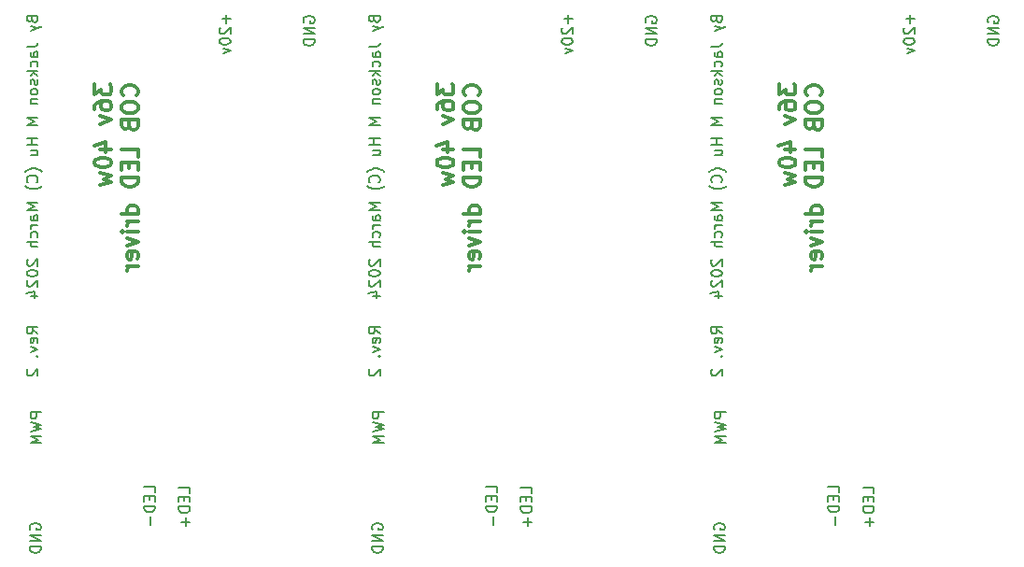
<source format=gbo>
G04 #@! TF.GenerationSoftware,KiCad,Pcbnew,8.0.0*
G04 #@! TF.CreationDate,2024-02-29T15:25:12+11:00*
G04 #@! TF.ProjectId,panel,70616e65-6c2e-46b6-9963-61645f706362,rev?*
G04 #@! TF.SameCoordinates,Original*
G04 #@! TF.FileFunction,Legend,Bot*
G04 #@! TF.FilePolarity,Positive*
%FSLAX46Y46*%
G04 Gerber Fmt 4.6, Leading zero omitted, Abs format (unit mm)*
G04 Created by KiCad (PCBNEW 8.0.0) date 2024-02-29 15:25:12*
%MOMM*%
%LPD*%
G01*
G04 APERTURE LIST*
%ADD10C,0.150000*%
%ADD11C,0.300000*%
G04 APERTURE END LIST*
D10*
X77629819Y-61352469D02*
X77629819Y-60876279D01*
X77629819Y-60876279D02*
X76629819Y-60876279D01*
X77106009Y-61685803D02*
X77106009Y-62019136D01*
X77629819Y-62161993D02*
X77629819Y-61685803D01*
X77629819Y-61685803D02*
X76629819Y-61685803D01*
X76629819Y-61685803D02*
X76629819Y-62161993D01*
X77629819Y-62590565D02*
X76629819Y-62590565D01*
X76629819Y-62590565D02*
X76629819Y-62828660D01*
X76629819Y-62828660D02*
X76677438Y-62971517D01*
X76677438Y-62971517D02*
X76772676Y-63066755D01*
X76772676Y-63066755D02*
X76867914Y-63114374D01*
X76867914Y-63114374D02*
X77058390Y-63161993D01*
X77058390Y-63161993D02*
X77201247Y-63161993D01*
X77201247Y-63161993D02*
X77391723Y-63114374D01*
X77391723Y-63114374D02*
X77486961Y-63066755D01*
X77486961Y-63066755D02*
X77582200Y-62971517D01*
X77582200Y-62971517D02*
X77629819Y-62828660D01*
X77629819Y-62828660D02*
X77629819Y-62590565D01*
X77248866Y-63590565D02*
X77248866Y-64352470D01*
X77629819Y-63971517D02*
X76867914Y-63971517D01*
X1336009Y-18429612D02*
X1383628Y-18572469D01*
X1383628Y-18572469D02*
X1431247Y-18620088D01*
X1431247Y-18620088D02*
X1526485Y-18667707D01*
X1526485Y-18667707D02*
X1669342Y-18667707D01*
X1669342Y-18667707D02*
X1764580Y-18620088D01*
X1764580Y-18620088D02*
X1812200Y-18572469D01*
X1812200Y-18572469D02*
X1859819Y-18477231D01*
X1859819Y-18477231D02*
X1859819Y-18096279D01*
X1859819Y-18096279D02*
X859819Y-18096279D01*
X859819Y-18096279D02*
X859819Y-18429612D01*
X859819Y-18429612D02*
X907438Y-18524850D01*
X907438Y-18524850D02*
X955057Y-18572469D01*
X955057Y-18572469D02*
X1050295Y-18620088D01*
X1050295Y-18620088D02*
X1145533Y-18620088D01*
X1145533Y-18620088D02*
X1240771Y-18572469D01*
X1240771Y-18572469D02*
X1288390Y-18524850D01*
X1288390Y-18524850D02*
X1336009Y-18429612D01*
X1336009Y-18429612D02*
X1336009Y-18096279D01*
X1193152Y-19001041D02*
X1859819Y-19239136D01*
X1193152Y-19477231D02*
X1859819Y-19239136D01*
X1859819Y-19239136D02*
X2097914Y-19143898D01*
X2097914Y-19143898D02*
X2145533Y-19096279D01*
X2145533Y-19096279D02*
X2193152Y-19001041D01*
X859819Y-20905803D02*
X1574104Y-20905803D01*
X1574104Y-20905803D02*
X1716961Y-20858184D01*
X1716961Y-20858184D02*
X1812200Y-20762946D01*
X1812200Y-20762946D02*
X1859819Y-20620089D01*
X1859819Y-20620089D02*
X1859819Y-20524851D01*
X1859819Y-21810565D02*
X1336009Y-21810565D01*
X1336009Y-21810565D02*
X1240771Y-21762946D01*
X1240771Y-21762946D02*
X1193152Y-21667708D01*
X1193152Y-21667708D02*
X1193152Y-21477232D01*
X1193152Y-21477232D02*
X1240771Y-21381994D01*
X1812200Y-21810565D02*
X1859819Y-21715327D01*
X1859819Y-21715327D02*
X1859819Y-21477232D01*
X1859819Y-21477232D02*
X1812200Y-21381994D01*
X1812200Y-21381994D02*
X1716961Y-21334375D01*
X1716961Y-21334375D02*
X1621723Y-21334375D01*
X1621723Y-21334375D02*
X1526485Y-21381994D01*
X1526485Y-21381994D02*
X1478866Y-21477232D01*
X1478866Y-21477232D02*
X1478866Y-21715327D01*
X1478866Y-21715327D02*
X1431247Y-21810565D01*
X1812200Y-22715327D02*
X1859819Y-22620089D01*
X1859819Y-22620089D02*
X1859819Y-22429613D01*
X1859819Y-22429613D02*
X1812200Y-22334375D01*
X1812200Y-22334375D02*
X1764580Y-22286756D01*
X1764580Y-22286756D02*
X1669342Y-22239137D01*
X1669342Y-22239137D02*
X1383628Y-22239137D01*
X1383628Y-22239137D02*
X1288390Y-22286756D01*
X1288390Y-22286756D02*
X1240771Y-22334375D01*
X1240771Y-22334375D02*
X1193152Y-22429613D01*
X1193152Y-22429613D02*
X1193152Y-22620089D01*
X1193152Y-22620089D02*
X1240771Y-22715327D01*
X1859819Y-23143899D02*
X859819Y-23143899D01*
X1478866Y-23239137D02*
X1859819Y-23524851D01*
X1193152Y-23524851D02*
X1574104Y-23143899D01*
X1812200Y-23905804D02*
X1859819Y-24001042D01*
X1859819Y-24001042D02*
X1859819Y-24191518D01*
X1859819Y-24191518D02*
X1812200Y-24286756D01*
X1812200Y-24286756D02*
X1716961Y-24334375D01*
X1716961Y-24334375D02*
X1669342Y-24334375D01*
X1669342Y-24334375D02*
X1574104Y-24286756D01*
X1574104Y-24286756D02*
X1526485Y-24191518D01*
X1526485Y-24191518D02*
X1526485Y-24048661D01*
X1526485Y-24048661D02*
X1478866Y-23953423D01*
X1478866Y-23953423D02*
X1383628Y-23905804D01*
X1383628Y-23905804D02*
X1336009Y-23905804D01*
X1336009Y-23905804D02*
X1240771Y-23953423D01*
X1240771Y-23953423D02*
X1193152Y-24048661D01*
X1193152Y-24048661D02*
X1193152Y-24191518D01*
X1193152Y-24191518D02*
X1240771Y-24286756D01*
X1859819Y-24905804D02*
X1812200Y-24810566D01*
X1812200Y-24810566D02*
X1764580Y-24762947D01*
X1764580Y-24762947D02*
X1669342Y-24715328D01*
X1669342Y-24715328D02*
X1383628Y-24715328D01*
X1383628Y-24715328D02*
X1288390Y-24762947D01*
X1288390Y-24762947D02*
X1240771Y-24810566D01*
X1240771Y-24810566D02*
X1193152Y-24905804D01*
X1193152Y-24905804D02*
X1193152Y-25048661D01*
X1193152Y-25048661D02*
X1240771Y-25143899D01*
X1240771Y-25143899D02*
X1288390Y-25191518D01*
X1288390Y-25191518D02*
X1383628Y-25239137D01*
X1383628Y-25239137D02*
X1669342Y-25239137D01*
X1669342Y-25239137D02*
X1764580Y-25191518D01*
X1764580Y-25191518D02*
X1812200Y-25143899D01*
X1812200Y-25143899D02*
X1859819Y-25048661D01*
X1859819Y-25048661D02*
X1859819Y-24905804D01*
X1193152Y-25667709D02*
X1859819Y-25667709D01*
X1288390Y-25667709D02*
X1240771Y-25715328D01*
X1240771Y-25715328D02*
X1193152Y-25810566D01*
X1193152Y-25810566D02*
X1193152Y-25953423D01*
X1193152Y-25953423D02*
X1240771Y-26048661D01*
X1240771Y-26048661D02*
X1336009Y-26096280D01*
X1336009Y-26096280D02*
X1859819Y-26096280D01*
X1859819Y-27334376D02*
X859819Y-27334376D01*
X859819Y-27334376D02*
X1574104Y-27667709D01*
X1574104Y-27667709D02*
X859819Y-28001042D01*
X859819Y-28001042D02*
X1859819Y-28001042D01*
X1859819Y-29239138D02*
X859819Y-29239138D01*
X1336009Y-29239138D02*
X1336009Y-29810566D01*
X1859819Y-29810566D02*
X859819Y-29810566D01*
X1193152Y-30715328D02*
X1859819Y-30715328D01*
X1193152Y-30286757D02*
X1716961Y-30286757D01*
X1716961Y-30286757D02*
X1812200Y-30334376D01*
X1812200Y-30334376D02*
X1859819Y-30429614D01*
X1859819Y-30429614D02*
X1859819Y-30572471D01*
X1859819Y-30572471D02*
X1812200Y-30667709D01*
X1812200Y-30667709D02*
X1764580Y-30715328D01*
X2240771Y-32239138D02*
X2193152Y-32191519D01*
X2193152Y-32191519D02*
X2050295Y-32096281D01*
X2050295Y-32096281D02*
X1955057Y-32048662D01*
X1955057Y-32048662D02*
X1812200Y-32001043D01*
X1812200Y-32001043D02*
X1574104Y-31953424D01*
X1574104Y-31953424D02*
X1383628Y-31953424D01*
X1383628Y-31953424D02*
X1145533Y-32001043D01*
X1145533Y-32001043D02*
X1002676Y-32048662D01*
X1002676Y-32048662D02*
X907438Y-32096281D01*
X907438Y-32096281D02*
X764580Y-32191519D01*
X764580Y-32191519D02*
X716961Y-32239138D01*
X1764580Y-33191519D02*
X1812200Y-33143900D01*
X1812200Y-33143900D02*
X1859819Y-33001043D01*
X1859819Y-33001043D02*
X1859819Y-32905805D01*
X1859819Y-32905805D02*
X1812200Y-32762948D01*
X1812200Y-32762948D02*
X1716961Y-32667710D01*
X1716961Y-32667710D02*
X1621723Y-32620091D01*
X1621723Y-32620091D02*
X1431247Y-32572472D01*
X1431247Y-32572472D02*
X1288390Y-32572472D01*
X1288390Y-32572472D02*
X1097914Y-32620091D01*
X1097914Y-32620091D02*
X1002676Y-32667710D01*
X1002676Y-32667710D02*
X907438Y-32762948D01*
X907438Y-32762948D02*
X859819Y-32905805D01*
X859819Y-32905805D02*
X859819Y-33001043D01*
X859819Y-33001043D02*
X907438Y-33143900D01*
X907438Y-33143900D02*
X955057Y-33191519D01*
X2240771Y-33524853D02*
X2193152Y-33572472D01*
X2193152Y-33572472D02*
X2050295Y-33667710D01*
X2050295Y-33667710D02*
X1955057Y-33715329D01*
X1955057Y-33715329D02*
X1812200Y-33762948D01*
X1812200Y-33762948D02*
X1574104Y-33810567D01*
X1574104Y-33810567D02*
X1383628Y-33810567D01*
X1383628Y-33810567D02*
X1145533Y-33762948D01*
X1145533Y-33762948D02*
X1002676Y-33715329D01*
X1002676Y-33715329D02*
X907438Y-33667710D01*
X907438Y-33667710D02*
X764580Y-33572472D01*
X764580Y-33572472D02*
X716961Y-33524853D01*
X1859819Y-35048663D02*
X859819Y-35048663D01*
X859819Y-35048663D02*
X1574104Y-35381996D01*
X1574104Y-35381996D02*
X859819Y-35715329D01*
X859819Y-35715329D02*
X1859819Y-35715329D01*
X1859819Y-36620091D02*
X1336009Y-36620091D01*
X1336009Y-36620091D02*
X1240771Y-36572472D01*
X1240771Y-36572472D02*
X1193152Y-36477234D01*
X1193152Y-36477234D02*
X1193152Y-36286758D01*
X1193152Y-36286758D02*
X1240771Y-36191520D01*
X1812200Y-36620091D02*
X1859819Y-36524853D01*
X1859819Y-36524853D02*
X1859819Y-36286758D01*
X1859819Y-36286758D02*
X1812200Y-36191520D01*
X1812200Y-36191520D02*
X1716961Y-36143901D01*
X1716961Y-36143901D02*
X1621723Y-36143901D01*
X1621723Y-36143901D02*
X1526485Y-36191520D01*
X1526485Y-36191520D02*
X1478866Y-36286758D01*
X1478866Y-36286758D02*
X1478866Y-36524853D01*
X1478866Y-36524853D02*
X1431247Y-36620091D01*
X1859819Y-37096282D02*
X1193152Y-37096282D01*
X1383628Y-37096282D02*
X1288390Y-37143901D01*
X1288390Y-37143901D02*
X1240771Y-37191520D01*
X1240771Y-37191520D02*
X1193152Y-37286758D01*
X1193152Y-37286758D02*
X1193152Y-37381996D01*
X1812200Y-38143901D02*
X1859819Y-38048663D01*
X1859819Y-38048663D02*
X1859819Y-37858187D01*
X1859819Y-37858187D02*
X1812200Y-37762949D01*
X1812200Y-37762949D02*
X1764580Y-37715330D01*
X1764580Y-37715330D02*
X1669342Y-37667711D01*
X1669342Y-37667711D02*
X1383628Y-37667711D01*
X1383628Y-37667711D02*
X1288390Y-37715330D01*
X1288390Y-37715330D02*
X1240771Y-37762949D01*
X1240771Y-37762949D02*
X1193152Y-37858187D01*
X1193152Y-37858187D02*
X1193152Y-38048663D01*
X1193152Y-38048663D02*
X1240771Y-38143901D01*
X1859819Y-38572473D02*
X859819Y-38572473D01*
X1859819Y-39001044D02*
X1336009Y-39001044D01*
X1336009Y-39001044D02*
X1240771Y-38953425D01*
X1240771Y-38953425D02*
X1193152Y-38858187D01*
X1193152Y-38858187D02*
X1193152Y-38715330D01*
X1193152Y-38715330D02*
X1240771Y-38620092D01*
X1240771Y-38620092D02*
X1288390Y-38572473D01*
X955057Y-40191521D02*
X907438Y-40239140D01*
X907438Y-40239140D02*
X859819Y-40334378D01*
X859819Y-40334378D02*
X859819Y-40572473D01*
X859819Y-40572473D02*
X907438Y-40667711D01*
X907438Y-40667711D02*
X955057Y-40715330D01*
X955057Y-40715330D02*
X1050295Y-40762949D01*
X1050295Y-40762949D02*
X1145533Y-40762949D01*
X1145533Y-40762949D02*
X1288390Y-40715330D01*
X1288390Y-40715330D02*
X1859819Y-40143902D01*
X1859819Y-40143902D02*
X1859819Y-40762949D01*
X859819Y-41381997D02*
X859819Y-41477235D01*
X859819Y-41477235D02*
X907438Y-41572473D01*
X907438Y-41572473D02*
X955057Y-41620092D01*
X955057Y-41620092D02*
X1050295Y-41667711D01*
X1050295Y-41667711D02*
X1240771Y-41715330D01*
X1240771Y-41715330D02*
X1478866Y-41715330D01*
X1478866Y-41715330D02*
X1669342Y-41667711D01*
X1669342Y-41667711D02*
X1764580Y-41620092D01*
X1764580Y-41620092D02*
X1812200Y-41572473D01*
X1812200Y-41572473D02*
X1859819Y-41477235D01*
X1859819Y-41477235D02*
X1859819Y-41381997D01*
X1859819Y-41381997D02*
X1812200Y-41286759D01*
X1812200Y-41286759D02*
X1764580Y-41239140D01*
X1764580Y-41239140D02*
X1669342Y-41191521D01*
X1669342Y-41191521D02*
X1478866Y-41143902D01*
X1478866Y-41143902D02*
X1240771Y-41143902D01*
X1240771Y-41143902D02*
X1050295Y-41191521D01*
X1050295Y-41191521D02*
X955057Y-41239140D01*
X955057Y-41239140D02*
X907438Y-41286759D01*
X907438Y-41286759D02*
X859819Y-41381997D01*
X955057Y-42096283D02*
X907438Y-42143902D01*
X907438Y-42143902D02*
X859819Y-42239140D01*
X859819Y-42239140D02*
X859819Y-42477235D01*
X859819Y-42477235D02*
X907438Y-42572473D01*
X907438Y-42572473D02*
X955057Y-42620092D01*
X955057Y-42620092D02*
X1050295Y-42667711D01*
X1050295Y-42667711D02*
X1145533Y-42667711D01*
X1145533Y-42667711D02*
X1288390Y-42620092D01*
X1288390Y-42620092D02*
X1859819Y-42048664D01*
X1859819Y-42048664D02*
X1859819Y-42667711D01*
X1193152Y-43524854D02*
X1859819Y-43524854D01*
X812200Y-43286759D02*
X1526485Y-43048664D01*
X1526485Y-43048664D02*
X1526485Y-43667711D01*
X1859819Y-46905807D02*
X1383628Y-46572474D01*
X1859819Y-46334379D02*
X859819Y-46334379D01*
X859819Y-46334379D02*
X859819Y-46715331D01*
X859819Y-46715331D02*
X907438Y-46810569D01*
X907438Y-46810569D02*
X955057Y-46858188D01*
X955057Y-46858188D02*
X1050295Y-46905807D01*
X1050295Y-46905807D02*
X1193152Y-46905807D01*
X1193152Y-46905807D02*
X1288390Y-46858188D01*
X1288390Y-46858188D02*
X1336009Y-46810569D01*
X1336009Y-46810569D02*
X1383628Y-46715331D01*
X1383628Y-46715331D02*
X1383628Y-46334379D01*
X1812200Y-47715331D02*
X1859819Y-47620093D01*
X1859819Y-47620093D02*
X1859819Y-47429617D01*
X1859819Y-47429617D02*
X1812200Y-47334379D01*
X1812200Y-47334379D02*
X1716961Y-47286760D01*
X1716961Y-47286760D02*
X1336009Y-47286760D01*
X1336009Y-47286760D02*
X1240771Y-47334379D01*
X1240771Y-47334379D02*
X1193152Y-47429617D01*
X1193152Y-47429617D02*
X1193152Y-47620093D01*
X1193152Y-47620093D02*
X1240771Y-47715331D01*
X1240771Y-47715331D02*
X1336009Y-47762950D01*
X1336009Y-47762950D02*
X1431247Y-47762950D01*
X1431247Y-47762950D02*
X1526485Y-47286760D01*
X1193152Y-48096284D02*
X1859819Y-48334379D01*
X1859819Y-48334379D02*
X1193152Y-48572474D01*
X1764580Y-48953427D02*
X1812200Y-49001046D01*
X1812200Y-49001046D02*
X1859819Y-48953427D01*
X1859819Y-48953427D02*
X1812200Y-48905808D01*
X1812200Y-48905808D02*
X1764580Y-48953427D01*
X1764580Y-48953427D02*
X1859819Y-48953427D01*
X955057Y-50143903D02*
X907438Y-50191522D01*
X907438Y-50191522D02*
X859819Y-50286760D01*
X859819Y-50286760D02*
X859819Y-50524855D01*
X859819Y-50524855D02*
X907438Y-50620093D01*
X907438Y-50620093D02*
X955057Y-50667712D01*
X955057Y-50667712D02*
X1050295Y-50715331D01*
X1050295Y-50715331D02*
X1145533Y-50715331D01*
X1145533Y-50715331D02*
X1288390Y-50667712D01*
X1288390Y-50667712D02*
X1859819Y-50096284D01*
X1859819Y-50096284D02*
X1859819Y-50715331D01*
X12479819Y-61292469D02*
X12479819Y-60816279D01*
X12479819Y-60816279D02*
X11479819Y-60816279D01*
X11956009Y-61625803D02*
X11956009Y-61959136D01*
X12479819Y-62101993D02*
X12479819Y-61625803D01*
X12479819Y-61625803D02*
X11479819Y-61625803D01*
X11479819Y-61625803D02*
X11479819Y-62101993D01*
X12479819Y-62530565D02*
X11479819Y-62530565D01*
X11479819Y-62530565D02*
X11479819Y-62768660D01*
X11479819Y-62768660D02*
X11527438Y-62911517D01*
X11527438Y-62911517D02*
X11622676Y-63006755D01*
X11622676Y-63006755D02*
X11717914Y-63054374D01*
X11717914Y-63054374D02*
X11908390Y-63101993D01*
X11908390Y-63101993D02*
X12051247Y-63101993D01*
X12051247Y-63101993D02*
X12241723Y-63054374D01*
X12241723Y-63054374D02*
X12336961Y-63006755D01*
X12336961Y-63006755D02*
X12432200Y-62911517D01*
X12432200Y-62911517D02*
X12479819Y-62768660D01*
X12479819Y-62768660D02*
X12479819Y-62530565D01*
X12098866Y-63530565D02*
X12098866Y-64292470D01*
D11*
X38025912Y-24331153D02*
X38025912Y-25259725D01*
X38025912Y-25259725D02*
X38597341Y-24759725D01*
X38597341Y-24759725D02*
X38597341Y-24974010D01*
X38597341Y-24974010D02*
X38668769Y-25116868D01*
X38668769Y-25116868D02*
X38740198Y-25188296D01*
X38740198Y-25188296D02*
X38883055Y-25259725D01*
X38883055Y-25259725D02*
X39240198Y-25259725D01*
X39240198Y-25259725D02*
X39383055Y-25188296D01*
X39383055Y-25188296D02*
X39454484Y-25116868D01*
X39454484Y-25116868D02*
X39525912Y-24974010D01*
X39525912Y-24974010D02*
X39525912Y-24545439D01*
X39525912Y-24545439D02*
X39454484Y-24402582D01*
X39454484Y-24402582D02*
X39383055Y-24331153D01*
X38025912Y-26545439D02*
X38025912Y-26259724D01*
X38025912Y-26259724D02*
X38097341Y-26116867D01*
X38097341Y-26116867D02*
X38168769Y-26045439D01*
X38168769Y-26045439D02*
X38383055Y-25902581D01*
X38383055Y-25902581D02*
X38668769Y-25831153D01*
X38668769Y-25831153D02*
X39240198Y-25831153D01*
X39240198Y-25831153D02*
X39383055Y-25902581D01*
X39383055Y-25902581D02*
X39454484Y-25974010D01*
X39454484Y-25974010D02*
X39525912Y-26116867D01*
X39525912Y-26116867D02*
X39525912Y-26402581D01*
X39525912Y-26402581D02*
X39454484Y-26545439D01*
X39454484Y-26545439D02*
X39383055Y-26616867D01*
X39383055Y-26616867D02*
X39240198Y-26688296D01*
X39240198Y-26688296D02*
X38883055Y-26688296D01*
X38883055Y-26688296D02*
X38740198Y-26616867D01*
X38740198Y-26616867D02*
X38668769Y-26545439D01*
X38668769Y-26545439D02*
X38597341Y-26402581D01*
X38597341Y-26402581D02*
X38597341Y-26116867D01*
X38597341Y-26116867D02*
X38668769Y-25974010D01*
X38668769Y-25974010D02*
X38740198Y-25902581D01*
X38740198Y-25902581D02*
X38883055Y-25831153D01*
X38525912Y-27188295D02*
X39525912Y-27545438D01*
X39525912Y-27545438D02*
X38525912Y-27902581D01*
X38525912Y-30259724D02*
X39525912Y-30259724D01*
X37954484Y-29902581D02*
X39025912Y-29545438D01*
X39025912Y-29545438D02*
X39025912Y-30474009D01*
X38025912Y-31331152D02*
X38025912Y-31474009D01*
X38025912Y-31474009D02*
X38097341Y-31616866D01*
X38097341Y-31616866D02*
X38168769Y-31688295D01*
X38168769Y-31688295D02*
X38311626Y-31759723D01*
X38311626Y-31759723D02*
X38597341Y-31831152D01*
X38597341Y-31831152D02*
X38954484Y-31831152D01*
X38954484Y-31831152D02*
X39240198Y-31759723D01*
X39240198Y-31759723D02*
X39383055Y-31688295D01*
X39383055Y-31688295D02*
X39454484Y-31616866D01*
X39454484Y-31616866D02*
X39525912Y-31474009D01*
X39525912Y-31474009D02*
X39525912Y-31331152D01*
X39525912Y-31331152D02*
X39454484Y-31188295D01*
X39454484Y-31188295D02*
X39383055Y-31116866D01*
X39383055Y-31116866D02*
X39240198Y-31045437D01*
X39240198Y-31045437D02*
X38954484Y-30974009D01*
X38954484Y-30974009D02*
X38597341Y-30974009D01*
X38597341Y-30974009D02*
X38311626Y-31045437D01*
X38311626Y-31045437D02*
X38168769Y-31116866D01*
X38168769Y-31116866D02*
X38097341Y-31188295D01*
X38097341Y-31188295D02*
X38025912Y-31331152D01*
X38525912Y-32331151D02*
X39525912Y-32616866D01*
X39525912Y-32616866D02*
X38811626Y-32902580D01*
X38811626Y-32902580D02*
X39525912Y-33188294D01*
X39525912Y-33188294D02*
X38525912Y-33474008D01*
X41797971Y-25331153D02*
X41869400Y-25259725D01*
X41869400Y-25259725D02*
X41940828Y-25045439D01*
X41940828Y-25045439D02*
X41940828Y-24902582D01*
X41940828Y-24902582D02*
X41869400Y-24688296D01*
X41869400Y-24688296D02*
X41726542Y-24545439D01*
X41726542Y-24545439D02*
X41583685Y-24474010D01*
X41583685Y-24474010D02*
X41297971Y-24402582D01*
X41297971Y-24402582D02*
X41083685Y-24402582D01*
X41083685Y-24402582D02*
X40797971Y-24474010D01*
X40797971Y-24474010D02*
X40655114Y-24545439D01*
X40655114Y-24545439D02*
X40512257Y-24688296D01*
X40512257Y-24688296D02*
X40440828Y-24902582D01*
X40440828Y-24902582D02*
X40440828Y-25045439D01*
X40440828Y-25045439D02*
X40512257Y-25259725D01*
X40512257Y-25259725D02*
X40583685Y-25331153D01*
X40440828Y-26259725D02*
X40440828Y-26545439D01*
X40440828Y-26545439D02*
X40512257Y-26688296D01*
X40512257Y-26688296D02*
X40655114Y-26831153D01*
X40655114Y-26831153D02*
X40940828Y-26902582D01*
X40940828Y-26902582D02*
X41440828Y-26902582D01*
X41440828Y-26902582D02*
X41726542Y-26831153D01*
X41726542Y-26831153D02*
X41869400Y-26688296D01*
X41869400Y-26688296D02*
X41940828Y-26545439D01*
X41940828Y-26545439D02*
X41940828Y-26259725D01*
X41940828Y-26259725D02*
X41869400Y-26116868D01*
X41869400Y-26116868D02*
X41726542Y-25974010D01*
X41726542Y-25974010D02*
X41440828Y-25902582D01*
X41440828Y-25902582D02*
X40940828Y-25902582D01*
X40940828Y-25902582D02*
X40655114Y-25974010D01*
X40655114Y-25974010D02*
X40512257Y-26116868D01*
X40512257Y-26116868D02*
X40440828Y-26259725D01*
X41155114Y-28045439D02*
X41226542Y-28259725D01*
X41226542Y-28259725D02*
X41297971Y-28331154D01*
X41297971Y-28331154D02*
X41440828Y-28402582D01*
X41440828Y-28402582D02*
X41655114Y-28402582D01*
X41655114Y-28402582D02*
X41797971Y-28331154D01*
X41797971Y-28331154D02*
X41869400Y-28259725D01*
X41869400Y-28259725D02*
X41940828Y-28116868D01*
X41940828Y-28116868D02*
X41940828Y-27545439D01*
X41940828Y-27545439D02*
X40440828Y-27545439D01*
X40440828Y-27545439D02*
X40440828Y-28045439D01*
X40440828Y-28045439D02*
X40512257Y-28188297D01*
X40512257Y-28188297D02*
X40583685Y-28259725D01*
X40583685Y-28259725D02*
X40726542Y-28331154D01*
X40726542Y-28331154D02*
X40869400Y-28331154D01*
X40869400Y-28331154D02*
X41012257Y-28259725D01*
X41012257Y-28259725D02*
X41083685Y-28188297D01*
X41083685Y-28188297D02*
X41155114Y-28045439D01*
X41155114Y-28045439D02*
X41155114Y-27545439D01*
X41940828Y-30902582D02*
X41940828Y-30188296D01*
X41940828Y-30188296D02*
X40440828Y-30188296D01*
X41155114Y-31402582D02*
X41155114Y-31902582D01*
X41940828Y-32116868D02*
X41940828Y-31402582D01*
X41940828Y-31402582D02*
X40440828Y-31402582D01*
X40440828Y-31402582D02*
X40440828Y-32116868D01*
X41940828Y-32759725D02*
X40440828Y-32759725D01*
X40440828Y-32759725D02*
X40440828Y-33116868D01*
X40440828Y-33116868D02*
X40512257Y-33331154D01*
X40512257Y-33331154D02*
X40655114Y-33474011D01*
X40655114Y-33474011D02*
X40797971Y-33545440D01*
X40797971Y-33545440D02*
X41083685Y-33616868D01*
X41083685Y-33616868D02*
X41297971Y-33616868D01*
X41297971Y-33616868D02*
X41583685Y-33545440D01*
X41583685Y-33545440D02*
X41726542Y-33474011D01*
X41726542Y-33474011D02*
X41869400Y-33331154D01*
X41869400Y-33331154D02*
X41940828Y-33116868D01*
X41940828Y-33116868D02*
X41940828Y-32759725D01*
X41940828Y-36045440D02*
X40440828Y-36045440D01*
X41869400Y-36045440D02*
X41940828Y-35902582D01*
X41940828Y-35902582D02*
X41940828Y-35616868D01*
X41940828Y-35616868D02*
X41869400Y-35474011D01*
X41869400Y-35474011D02*
X41797971Y-35402582D01*
X41797971Y-35402582D02*
X41655114Y-35331154D01*
X41655114Y-35331154D02*
X41226542Y-35331154D01*
X41226542Y-35331154D02*
X41083685Y-35402582D01*
X41083685Y-35402582D02*
X41012257Y-35474011D01*
X41012257Y-35474011D02*
X40940828Y-35616868D01*
X40940828Y-35616868D02*
X40940828Y-35902582D01*
X40940828Y-35902582D02*
X41012257Y-36045440D01*
X41940828Y-36759725D02*
X40940828Y-36759725D01*
X41226542Y-36759725D02*
X41083685Y-36831154D01*
X41083685Y-36831154D02*
X41012257Y-36902583D01*
X41012257Y-36902583D02*
X40940828Y-37045440D01*
X40940828Y-37045440D02*
X40940828Y-37188297D01*
X41940828Y-37688296D02*
X40940828Y-37688296D01*
X40440828Y-37688296D02*
X40512257Y-37616868D01*
X40512257Y-37616868D02*
X40583685Y-37688296D01*
X40583685Y-37688296D02*
X40512257Y-37759725D01*
X40512257Y-37759725D02*
X40440828Y-37688296D01*
X40440828Y-37688296D02*
X40583685Y-37688296D01*
X40940828Y-38259725D02*
X41940828Y-38616868D01*
X41940828Y-38616868D02*
X40940828Y-38974011D01*
X41869400Y-40116868D02*
X41940828Y-39974011D01*
X41940828Y-39974011D02*
X41940828Y-39688297D01*
X41940828Y-39688297D02*
X41869400Y-39545439D01*
X41869400Y-39545439D02*
X41726542Y-39474011D01*
X41726542Y-39474011D02*
X41155114Y-39474011D01*
X41155114Y-39474011D02*
X41012257Y-39545439D01*
X41012257Y-39545439D02*
X40940828Y-39688297D01*
X40940828Y-39688297D02*
X40940828Y-39974011D01*
X40940828Y-39974011D02*
X41012257Y-40116868D01*
X41012257Y-40116868D02*
X41155114Y-40188297D01*
X41155114Y-40188297D02*
X41297971Y-40188297D01*
X41297971Y-40188297D02*
X41440828Y-39474011D01*
X41940828Y-40831153D02*
X40940828Y-40831153D01*
X41226542Y-40831153D02*
X41083685Y-40902582D01*
X41083685Y-40902582D02*
X41012257Y-40974011D01*
X41012257Y-40974011D02*
X40940828Y-41116868D01*
X40940828Y-41116868D02*
X40940828Y-41259725D01*
D10*
X87977438Y-18700088D02*
X87929819Y-18604850D01*
X87929819Y-18604850D02*
X87929819Y-18461993D01*
X87929819Y-18461993D02*
X87977438Y-18319136D01*
X87977438Y-18319136D02*
X88072676Y-18223898D01*
X88072676Y-18223898D02*
X88167914Y-18176279D01*
X88167914Y-18176279D02*
X88358390Y-18128660D01*
X88358390Y-18128660D02*
X88501247Y-18128660D01*
X88501247Y-18128660D02*
X88691723Y-18176279D01*
X88691723Y-18176279D02*
X88786961Y-18223898D01*
X88786961Y-18223898D02*
X88882200Y-18319136D01*
X88882200Y-18319136D02*
X88929819Y-18461993D01*
X88929819Y-18461993D02*
X88929819Y-18557231D01*
X88929819Y-18557231D02*
X88882200Y-18700088D01*
X88882200Y-18700088D02*
X88834580Y-18747707D01*
X88834580Y-18747707D02*
X88501247Y-18747707D01*
X88501247Y-18747707D02*
X88501247Y-18557231D01*
X88929819Y-19176279D02*
X87929819Y-19176279D01*
X87929819Y-19176279D02*
X88929819Y-19747707D01*
X88929819Y-19747707D02*
X87929819Y-19747707D01*
X88929819Y-20223898D02*
X87929819Y-20223898D01*
X87929819Y-20223898D02*
X87929819Y-20461993D01*
X87929819Y-20461993D02*
X87977438Y-20604850D01*
X87977438Y-20604850D02*
X88072676Y-20700088D01*
X88072676Y-20700088D02*
X88167914Y-20747707D01*
X88167914Y-20747707D02*
X88358390Y-20795326D01*
X88358390Y-20795326D02*
X88501247Y-20795326D01*
X88501247Y-20795326D02*
X88691723Y-20747707D01*
X88691723Y-20747707D02*
X88786961Y-20700088D01*
X88786961Y-20700088D02*
X88882200Y-20604850D01*
X88882200Y-20604850D02*
X88929819Y-20461993D01*
X88929819Y-20461993D02*
X88929819Y-20223898D01*
X63336009Y-18429612D02*
X63383628Y-18572469D01*
X63383628Y-18572469D02*
X63431247Y-18620088D01*
X63431247Y-18620088D02*
X63526485Y-18667707D01*
X63526485Y-18667707D02*
X63669342Y-18667707D01*
X63669342Y-18667707D02*
X63764580Y-18620088D01*
X63764580Y-18620088D02*
X63812200Y-18572469D01*
X63812200Y-18572469D02*
X63859819Y-18477231D01*
X63859819Y-18477231D02*
X63859819Y-18096279D01*
X63859819Y-18096279D02*
X62859819Y-18096279D01*
X62859819Y-18096279D02*
X62859819Y-18429612D01*
X62859819Y-18429612D02*
X62907438Y-18524850D01*
X62907438Y-18524850D02*
X62955057Y-18572469D01*
X62955057Y-18572469D02*
X63050295Y-18620088D01*
X63050295Y-18620088D02*
X63145533Y-18620088D01*
X63145533Y-18620088D02*
X63240771Y-18572469D01*
X63240771Y-18572469D02*
X63288390Y-18524850D01*
X63288390Y-18524850D02*
X63336009Y-18429612D01*
X63336009Y-18429612D02*
X63336009Y-18096279D01*
X63193152Y-19001041D02*
X63859819Y-19239136D01*
X63193152Y-19477231D02*
X63859819Y-19239136D01*
X63859819Y-19239136D02*
X64097914Y-19143898D01*
X64097914Y-19143898D02*
X64145533Y-19096279D01*
X64145533Y-19096279D02*
X64193152Y-19001041D01*
X62859819Y-20905803D02*
X63574104Y-20905803D01*
X63574104Y-20905803D02*
X63716961Y-20858184D01*
X63716961Y-20858184D02*
X63812200Y-20762946D01*
X63812200Y-20762946D02*
X63859819Y-20620089D01*
X63859819Y-20620089D02*
X63859819Y-20524851D01*
X63859819Y-21810565D02*
X63336009Y-21810565D01*
X63336009Y-21810565D02*
X63240771Y-21762946D01*
X63240771Y-21762946D02*
X63193152Y-21667708D01*
X63193152Y-21667708D02*
X63193152Y-21477232D01*
X63193152Y-21477232D02*
X63240771Y-21381994D01*
X63812200Y-21810565D02*
X63859819Y-21715327D01*
X63859819Y-21715327D02*
X63859819Y-21477232D01*
X63859819Y-21477232D02*
X63812200Y-21381994D01*
X63812200Y-21381994D02*
X63716961Y-21334375D01*
X63716961Y-21334375D02*
X63621723Y-21334375D01*
X63621723Y-21334375D02*
X63526485Y-21381994D01*
X63526485Y-21381994D02*
X63478866Y-21477232D01*
X63478866Y-21477232D02*
X63478866Y-21715327D01*
X63478866Y-21715327D02*
X63431247Y-21810565D01*
X63812200Y-22715327D02*
X63859819Y-22620089D01*
X63859819Y-22620089D02*
X63859819Y-22429613D01*
X63859819Y-22429613D02*
X63812200Y-22334375D01*
X63812200Y-22334375D02*
X63764580Y-22286756D01*
X63764580Y-22286756D02*
X63669342Y-22239137D01*
X63669342Y-22239137D02*
X63383628Y-22239137D01*
X63383628Y-22239137D02*
X63288390Y-22286756D01*
X63288390Y-22286756D02*
X63240771Y-22334375D01*
X63240771Y-22334375D02*
X63193152Y-22429613D01*
X63193152Y-22429613D02*
X63193152Y-22620089D01*
X63193152Y-22620089D02*
X63240771Y-22715327D01*
X63859819Y-23143899D02*
X62859819Y-23143899D01*
X63478866Y-23239137D02*
X63859819Y-23524851D01*
X63193152Y-23524851D02*
X63574104Y-23143899D01*
X63812200Y-23905804D02*
X63859819Y-24001042D01*
X63859819Y-24001042D02*
X63859819Y-24191518D01*
X63859819Y-24191518D02*
X63812200Y-24286756D01*
X63812200Y-24286756D02*
X63716961Y-24334375D01*
X63716961Y-24334375D02*
X63669342Y-24334375D01*
X63669342Y-24334375D02*
X63574104Y-24286756D01*
X63574104Y-24286756D02*
X63526485Y-24191518D01*
X63526485Y-24191518D02*
X63526485Y-24048661D01*
X63526485Y-24048661D02*
X63478866Y-23953423D01*
X63478866Y-23953423D02*
X63383628Y-23905804D01*
X63383628Y-23905804D02*
X63336009Y-23905804D01*
X63336009Y-23905804D02*
X63240771Y-23953423D01*
X63240771Y-23953423D02*
X63193152Y-24048661D01*
X63193152Y-24048661D02*
X63193152Y-24191518D01*
X63193152Y-24191518D02*
X63240771Y-24286756D01*
X63859819Y-24905804D02*
X63812200Y-24810566D01*
X63812200Y-24810566D02*
X63764580Y-24762947D01*
X63764580Y-24762947D02*
X63669342Y-24715328D01*
X63669342Y-24715328D02*
X63383628Y-24715328D01*
X63383628Y-24715328D02*
X63288390Y-24762947D01*
X63288390Y-24762947D02*
X63240771Y-24810566D01*
X63240771Y-24810566D02*
X63193152Y-24905804D01*
X63193152Y-24905804D02*
X63193152Y-25048661D01*
X63193152Y-25048661D02*
X63240771Y-25143899D01*
X63240771Y-25143899D02*
X63288390Y-25191518D01*
X63288390Y-25191518D02*
X63383628Y-25239137D01*
X63383628Y-25239137D02*
X63669342Y-25239137D01*
X63669342Y-25239137D02*
X63764580Y-25191518D01*
X63764580Y-25191518D02*
X63812200Y-25143899D01*
X63812200Y-25143899D02*
X63859819Y-25048661D01*
X63859819Y-25048661D02*
X63859819Y-24905804D01*
X63193152Y-25667709D02*
X63859819Y-25667709D01*
X63288390Y-25667709D02*
X63240771Y-25715328D01*
X63240771Y-25715328D02*
X63193152Y-25810566D01*
X63193152Y-25810566D02*
X63193152Y-25953423D01*
X63193152Y-25953423D02*
X63240771Y-26048661D01*
X63240771Y-26048661D02*
X63336009Y-26096280D01*
X63336009Y-26096280D02*
X63859819Y-26096280D01*
X63859819Y-27334376D02*
X62859819Y-27334376D01*
X62859819Y-27334376D02*
X63574104Y-27667709D01*
X63574104Y-27667709D02*
X62859819Y-28001042D01*
X62859819Y-28001042D02*
X63859819Y-28001042D01*
X63859819Y-29239138D02*
X62859819Y-29239138D01*
X63336009Y-29239138D02*
X63336009Y-29810566D01*
X63859819Y-29810566D02*
X62859819Y-29810566D01*
X63193152Y-30715328D02*
X63859819Y-30715328D01*
X63193152Y-30286757D02*
X63716961Y-30286757D01*
X63716961Y-30286757D02*
X63812200Y-30334376D01*
X63812200Y-30334376D02*
X63859819Y-30429614D01*
X63859819Y-30429614D02*
X63859819Y-30572471D01*
X63859819Y-30572471D02*
X63812200Y-30667709D01*
X63812200Y-30667709D02*
X63764580Y-30715328D01*
X64240771Y-32239138D02*
X64193152Y-32191519D01*
X64193152Y-32191519D02*
X64050295Y-32096281D01*
X64050295Y-32096281D02*
X63955057Y-32048662D01*
X63955057Y-32048662D02*
X63812200Y-32001043D01*
X63812200Y-32001043D02*
X63574104Y-31953424D01*
X63574104Y-31953424D02*
X63383628Y-31953424D01*
X63383628Y-31953424D02*
X63145533Y-32001043D01*
X63145533Y-32001043D02*
X63002676Y-32048662D01*
X63002676Y-32048662D02*
X62907438Y-32096281D01*
X62907438Y-32096281D02*
X62764580Y-32191519D01*
X62764580Y-32191519D02*
X62716961Y-32239138D01*
X63764580Y-33191519D02*
X63812200Y-33143900D01*
X63812200Y-33143900D02*
X63859819Y-33001043D01*
X63859819Y-33001043D02*
X63859819Y-32905805D01*
X63859819Y-32905805D02*
X63812200Y-32762948D01*
X63812200Y-32762948D02*
X63716961Y-32667710D01*
X63716961Y-32667710D02*
X63621723Y-32620091D01*
X63621723Y-32620091D02*
X63431247Y-32572472D01*
X63431247Y-32572472D02*
X63288390Y-32572472D01*
X63288390Y-32572472D02*
X63097914Y-32620091D01*
X63097914Y-32620091D02*
X63002676Y-32667710D01*
X63002676Y-32667710D02*
X62907438Y-32762948D01*
X62907438Y-32762948D02*
X62859819Y-32905805D01*
X62859819Y-32905805D02*
X62859819Y-33001043D01*
X62859819Y-33001043D02*
X62907438Y-33143900D01*
X62907438Y-33143900D02*
X62955057Y-33191519D01*
X64240771Y-33524853D02*
X64193152Y-33572472D01*
X64193152Y-33572472D02*
X64050295Y-33667710D01*
X64050295Y-33667710D02*
X63955057Y-33715329D01*
X63955057Y-33715329D02*
X63812200Y-33762948D01*
X63812200Y-33762948D02*
X63574104Y-33810567D01*
X63574104Y-33810567D02*
X63383628Y-33810567D01*
X63383628Y-33810567D02*
X63145533Y-33762948D01*
X63145533Y-33762948D02*
X63002676Y-33715329D01*
X63002676Y-33715329D02*
X62907438Y-33667710D01*
X62907438Y-33667710D02*
X62764580Y-33572472D01*
X62764580Y-33572472D02*
X62716961Y-33524853D01*
X63859819Y-35048663D02*
X62859819Y-35048663D01*
X62859819Y-35048663D02*
X63574104Y-35381996D01*
X63574104Y-35381996D02*
X62859819Y-35715329D01*
X62859819Y-35715329D02*
X63859819Y-35715329D01*
X63859819Y-36620091D02*
X63336009Y-36620091D01*
X63336009Y-36620091D02*
X63240771Y-36572472D01*
X63240771Y-36572472D02*
X63193152Y-36477234D01*
X63193152Y-36477234D02*
X63193152Y-36286758D01*
X63193152Y-36286758D02*
X63240771Y-36191520D01*
X63812200Y-36620091D02*
X63859819Y-36524853D01*
X63859819Y-36524853D02*
X63859819Y-36286758D01*
X63859819Y-36286758D02*
X63812200Y-36191520D01*
X63812200Y-36191520D02*
X63716961Y-36143901D01*
X63716961Y-36143901D02*
X63621723Y-36143901D01*
X63621723Y-36143901D02*
X63526485Y-36191520D01*
X63526485Y-36191520D02*
X63478866Y-36286758D01*
X63478866Y-36286758D02*
X63478866Y-36524853D01*
X63478866Y-36524853D02*
X63431247Y-36620091D01*
X63859819Y-37096282D02*
X63193152Y-37096282D01*
X63383628Y-37096282D02*
X63288390Y-37143901D01*
X63288390Y-37143901D02*
X63240771Y-37191520D01*
X63240771Y-37191520D02*
X63193152Y-37286758D01*
X63193152Y-37286758D02*
X63193152Y-37381996D01*
X63812200Y-38143901D02*
X63859819Y-38048663D01*
X63859819Y-38048663D02*
X63859819Y-37858187D01*
X63859819Y-37858187D02*
X63812200Y-37762949D01*
X63812200Y-37762949D02*
X63764580Y-37715330D01*
X63764580Y-37715330D02*
X63669342Y-37667711D01*
X63669342Y-37667711D02*
X63383628Y-37667711D01*
X63383628Y-37667711D02*
X63288390Y-37715330D01*
X63288390Y-37715330D02*
X63240771Y-37762949D01*
X63240771Y-37762949D02*
X63193152Y-37858187D01*
X63193152Y-37858187D02*
X63193152Y-38048663D01*
X63193152Y-38048663D02*
X63240771Y-38143901D01*
X63859819Y-38572473D02*
X62859819Y-38572473D01*
X63859819Y-39001044D02*
X63336009Y-39001044D01*
X63336009Y-39001044D02*
X63240771Y-38953425D01*
X63240771Y-38953425D02*
X63193152Y-38858187D01*
X63193152Y-38858187D02*
X63193152Y-38715330D01*
X63193152Y-38715330D02*
X63240771Y-38620092D01*
X63240771Y-38620092D02*
X63288390Y-38572473D01*
X62955057Y-40191521D02*
X62907438Y-40239140D01*
X62907438Y-40239140D02*
X62859819Y-40334378D01*
X62859819Y-40334378D02*
X62859819Y-40572473D01*
X62859819Y-40572473D02*
X62907438Y-40667711D01*
X62907438Y-40667711D02*
X62955057Y-40715330D01*
X62955057Y-40715330D02*
X63050295Y-40762949D01*
X63050295Y-40762949D02*
X63145533Y-40762949D01*
X63145533Y-40762949D02*
X63288390Y-40715330D01*
X63288390Y-40715330D02*
X63859819Y-40143902D01*
X63859819Y-40143902D02*
X63859819Y-40762949D01*
X62859819Y-41381997D02*
X62859819Y-41477235D01*
X62859819Y-41477235D02*
X62907438Y-41572473D01*
X62907438Y-41572473D02*
X62955057Y-41620092D01*
X62955057Y-41620092D02*
X63050295Y-41667711D01*
X63050295Y-41667711D02*
X63240771Y-41715330D01*
X63240771Y-41715330D02*
X63478866Y-41715330D01*
X63478866Y-41715330D02*
X63669342Y-41667711D01*
X63669342Y-41667711D02*
X63764580Y-41620092D01*
X63764580Y-41620092D02*
X63812200Y-41572473D01*
X63812200Y-41572473D02*
X63859819Y-41477235D01*
X63859819Y-41477235D02*
X63859819Y-41381997D01*
X63859819Y-41381997D02*
X63812200Y-41286759D01*
X63812200Y-41286759D02*
X63764580Y-41239140D01*
X63764580Y-41239140D02*
X63669342Y-41191521D01*
X63669342Y-41191521D02*
X63478866Y-41143902D01*
X63478866Y-41143902D02*
X63240771Y-41143902D01*
X63240771Y-41143902D02*
X63050295Y-41191521D01*
X63050295Y-41191521D02*
X62955057Y-41239140D01*
X62955057Y-41239140D02*
X62907438Y-41286759D01*
X62907438Y-41286759D02*
X62859819Y-41381997D01*
X62955057Y-42096283D02*
X62907438Y-42143902D01*
X62907438Y-42143902D02*
X62859819Y-42239140D01*
X62859819Y-42239140D02*
X62859819Y-42477235D01*
X62859819Y-42477235D02*
X62907438Y-42572473D01*
X62907438Y-42572473D02*
X62955057Y-42620092D01*
X62955057Y-42620092D02*
X63050295Y-42667711D01*
X63050295Y-42667711D02*
X63145533Y-42667711D01*
X63145533Y-42667711D02*
X63288390Y-42620092D01*
X63288390Y-42620092D02*
X63859819Y-42048664D01*
X63859819Y-42048664D02*
X63859819Y-42667711D01*
X63193152Y-43524854D02*
X63859819Y-43524854D01*
X62812200Y-43286759D02*
X63526485Y-43048664D01*
X63526485Y-43048664D02*
X63526485Y-43667711D01*
X63859819Y-46905807D02*
X63383628Y-46572474D01*
X63859819Y-46334379D02*
X62859819Y-46334379D01*
X62859819Y-46334379D02*
X62859819Y-46715331D01*
X62859819Y-46715331D02*
X62907438Y-46810569D01*
X62907438Y-46810569D02*
X62955057Y-46858188D01*
X62955057Y-46858188D02*
X63050295Y-46905807D01*
X63050295Y-46905807D02*
X63193152Y-46905807D01*
X63193152Y-46905807D02*
X63288390Y-46858188D01*
X63288390Y-46858188D02*
X63336009Y-46810569D01*
X63336009Y-46810569D02*
X63383628Y-46715331D01*
X63383628Y-46715331D02*
X63383628Y-46334379D01*
X63812200Y-47715331D02*
X63859819Y-47620093D01*
X63859819Y-47620093D02*
X63859819Y-47429617D01*
X63859819Y-47429617D02*
X63812200Y-47334379D01*
X63812200Y-47334379D02*
X63716961Y-47286760D01*
X63716961Y-47286760D02*
X63336009Y-47286760D01*
X63336009Y-47286760D02*
X63240771Y-47334379D01*
X63240771Y-47334379D02*
X63193152Y-47429617D01*
X63193152Y-47429617D02*
X63193152Y-47620093D01*
X63193152Y-47620093D02*
X63240771Y-47715331D01*
X63240771Y-47715331D02*
X63336009Y-47762950D01*
X63336009Y-47762950D02*
X63431247Y-47762950D01*
X63431247Y-47762950D02*
X63526485Y-47286760D01*
X63193152Y-48096284D02*
X63859819Y-48334379D01*
X63859819Y-48334379D02*
X63193152Y-48572474D01*
X63764580Y-48953427D02*
X63812200Y-49001046D01*
X63812200Y-49001046D02*
X63859819Y-48953427D01*
X63859819Y-48953427D02*
X63812200Y-48905808D01*
X63812200Y-48905808D02*
X63764580Y-48953427D01*
X63764580Y-48953427D02*
X63859819Y-48953427D01*
X62955057Y-50143903D02*
X62907438Y-50191522D01*
X62907438Y-50191522D02*
X62859819Y-50286760D01*
X62859819Y-50286760D02*
X62859819Y-50524855D01*
X62859819Y-50524855D02*
X62907438Y-50620093D01*
X62907438Y-50620093D02*
X62955057Y-50667712D01*
X62955057Y-50667712D02*
X63050295Y-50715331D01*
X63050295Y-50715331D02*
X63145533Y-50715331D01*
X63145533Y-50715331D02*
X63288390Y-50667712D01*
X63288390Y-50667712D02*
X63859819Y-50096284D01*
X63859819Y-50096284D02*
X63859819Y-50715331D01*
X1177438Y-64670088D02*
X1129819Y-64574850D01*
X1129819Y-64574850D02*
X1129819Y-64431993D01*
X1129819Y-64431993D02*
X1177438Y-64289136D01*
X1177438Y-64289136D02*
X1272676Y-64193898D01*
X1272676Y-64193898D02*
X1367914Y-64146279D01*
X1367914Y-64146279D02*
X1558390Y-64098660D01*
X1558390Y-64098660D02*
X1701247Y-64098660D01*
X1701247Y-64098660D02*
X1891723Y-64146279D01*
X1891723Y-64146279D02*
X1986961Y-64193898D01*
X1986961Y-64193898D02*
X2082200Y-64289136D01*
X2082200Y-64289136D02*
X2129819Y-64431993D01*
X2129819Y-64431993D02*
X2129819Y-64527231D01*
X2129819Y-64527231D02*
X2082200Y-64670088D01*
X2082200Y-64670088D02*
X2034580Y-64717707D01*
X2034580Y-64717707D02*
X1701247Y-64717707D01*
X1701247Y-64717707D02*
X1701247Y-64527231D01*
X2129819Y-65146279D02*
X1129819Y-65146279D01*
X1129819Y-65146279D02*
X2129819Y-65717707D01*
X2129819Y-65717707D02*
X1129819Y-65717707D01*
X2129819Y-66193898D02*
X1129819Y-66193898D01*
X1129819Y-66193898D02*
X1129819Y-66431993D01*
X1129819Y-66431993D02*
X1177438Y-66574850D01*
X1177438Y-66574850D02*
X1272676Y-66670088D01*
X1272676Y-66670088D02*
X1367914Y-66717707D01*
X1367914Y-66717707D02*
X1558390Y-66765326D01*
X1558390Y-66765326D02*
X1701247Y-66765326D01*
X1701247Y-66765326D02*
X1891723Y-66717707D01*
X1891723Y-66717707D02*
X1986961Y-66670088D01*
X1986961Y-66670088D02*
X2082200Y-66574850D01*
X2082200Y-66574850D02*
X2129819Y-66431993D01*
X2129819Y-66431993D02*
X2129819Y-66193898D01*
X2189819Y-54036279D02*
X1189819Y-54036279D01*
X1189819Y-54036279D02*
X1189819Y-54417231D01*
X1189819Y-54417231D02*
X1237438Y-54512469D01*
X1237438Y-54512469D02*
X1285057Y-54560088D01*
X1285057Y-54560088D02*
X1380295Y-54607707D01*
X1380295Y-54607707D02*
X1523152Y-54607707D01*
X1523152Y-54607707D02*
X1618390Y-54560088D01*
X1618390Y-54560088D02*
X1666009Y-54512469D01*
X1666009Y-54512469D02*
X1713628Y-54417231D01*
X1713628Y-54417231D02*
X1713628Y-54036279D01*
X1189819Y-54941041D02*
X2189819Y-55179136D01*
X2189819Y-55179136D02*
X1475533Y-55369612D01*
X1475533Y-55369612D02*
X2189819Y-55560088D01*
X2189819Y-55560088D02*
X1189819Y-55798184D01*
X2189819Y-56179136D02*
X1189819Y-56179136D01*
X1189819Y-56179136D02*
X1904104Y-56512469D01*
X1904104Y-56512469D02*
X1189819Y-56845802D01*
X1189819Y-56845802D02*
X2189819Y-56845802D01*
X33189819Y-54036279D02*
X32189819Y-54036279D01*
X32189819Y-54036279D02*
X32189819Y-54417231D01*
X32189819Y-54417231D02*
X32237438Y-54512469D01*
X32237438Y-54512469D02*
X32285057Y-54560088D01*
X32285057Y-54560088D02*
X32380295Y-54607707D01*
X32380295Y-54607707D02*
X32523152Y-54607707D01*
X32523152Y-54607707D02*
X32618390Y-54560088D01*
X32618390Y-54560088D02*
X32666009Y-54512469D01*
X32666009Y-54512469D02*
X32713628Y-54417231D01*
X32713628Y-54417231D02*
X32713628Y-54036279D01*
X32189819Y-54941041D02*
X33189819Y-55179136D01*
X33189819Y-55179136D02*
X32475533Y-55369612D01*
X32475533Y-55369612D02*
X33189819Y-55560088D01*
X33189819Y-55560088D02*
X32189819Y-55798184D01*
X33189819Y-56179136D02*
X32189819Y-56179136D01*
X32189819Y-56179136D02*
X32904104Y-56512469D01*
X32904104Y-56512469D02*
X32189819Y-56845802D01*
X32189819Y-56845802D02*
X33189819Y-56845802D01*
X74479819Y-61292469D02*
X74479819Y-60816279D01*
X74479819Y-60816279D02*
X73479819Y-60816279D01*
X73956009Y-61625803D02*
X73956009Y-61959136D01*
X74479819Y-62101993D02*
X74479819Y-61625803D01*
X74479819Y-61625803D02*
X73479819Y-61625803D01*
X73479819Y-61625803D02*
X73479819Y-62101993D01*
X74479819Y-62530565D02*
X73479819Y-62530565D01*
X73479819Y-62530565D02*
X73479819Y-62768660D01*
X73479819Y-62768660D02*
X73527438Y-62911517D01*
X73527438Y-62911517D02*
X73622676Y-63006755D01*
X73622676Y-63006755D02*
X73717914Y-63054374D01*
X73717914Y-63054374D02*
X73908390Y-63101993D01*
X73908390Y-63101993D02*
X74051247Y-63101993D01*
X74051247Y-63101993D02*
X74241723Y-63054374D01*
X74241723Y-63054374D02*
X74336961Y-63006755D01*
X74336961Y-63006755D02*
X74432200Y-62911517D01*
X74432200Y-62911517D02*
X74479819Y-62768660D01*
X74479819Y-62768660D02*
X74479819Y-62530565D01*
X74098866Y-63530565D02*
X74098866Y-64292470D01*
X64189819Y-54036279D02*
X63189819Y-54036279D01*
X63189819Y-54036279D02*
X63189819Y-54417231D01*
X63189819Y-54417231D02*
X63237438Y-54512469D01*
X63237438Y-54512469D02*
X63285057Y-54560088D01*
X63285057Y-54560088D02*
X63380295Y-54607707D01*
X63380295Y-54607707D02*
X63523152Y-54607707D01*
X63523152Y-54607707D02*
X63618390Y-54560088D01*
X63618390Y-54560088D02*
X63666009Y-54512469D01*
X63666009Y-54512469D02*
X63713628Y-54417231D01*
X63713628Y-54417231D02*
X63713628Y-54036279D01*
X63189819Y-54941041D02*
X64189819Y-55179136D01*
X64189819Y-55179136D02*
X63475533Y-55369612D01*
X63475533Y-55369612D02*
X64189819Y-55560088D01*
X64189819Y-55560088D02*
X63189819Y-55798184D01*
X64189819Y-56179136D02*
X63189819Y-56179136D01*
X63189819Y-56179136D02*
X63904104Y-56512469D01*
X63904104Y-56512469D02*
X63189819Y-56845802D01*
X63189819Y-56845802D02*
X64189819Y-56845802D01*
D11*
X69025912Y-24331153D02*
X69025912Y-25259725D01*
X69025912Y-25259725D02*
X69597341Y-24759725D01*
X69597341Y-24759725D02*
X69597341Y-24974010D01*
X69597341Y-24974010D02*
X69668769Y-25116868D01*
X69668769Y-25116868D02*
X69740198Y-25188296D01*
X69740198Y-25188296D02*
X69883055Y-25259725D01*
X69883055Y-25259725D02*
X70240198Y-25259725D01*
X70240198Y-25259725D02*
X70383055Y-25188296D01*
X70383055Y-25188296D02*
X70454484Y-25116868D01*
X70454484Y-25116868D02*
X70525912Y-24974010D01*
X70525912Y-24974010D02*
X70525912Y-24545439D01*
X70525912Y-24545439D02*
X70454484Y-24402582D01*
X70454484Y-24402582D02*
X70383055Y-24331153D01*
X69025912Y-26545439D02*
X69025912Y-26259724D01*
X69025912Y-26259724D02*
X69097341Y-26116867D01*
X69097341Y-26116867D02*
X69168769Y-26045439D01*
X69168769Y-26045439D02*
X69383055Y-25902581D01*
X69383055Y-25902581D02*
X69668769Y-25831153D01*
X69668769Y-25831153D02*
X70240198Y-25831153D01*
X70240198Y-25831153D02*
X70383055Y-25902581D01*
X70383055Y-25902581D02*
X70454484Y-25974010D01*
X70454484Y-25974010D02*
X70525912Y-26116867D01*
X70525912Y-26116867D02*
X70525912Y-26402581D01*
X70525912Y-26402581D02*
X70454484Y-26545439D01*
X70454484Y-26545439D02*
X70383055Y-26616867D01*
X70383055Y-26616867D02*
X70240198Y-26688296D01*
X70240198Y-26688296D02*
X69883055Y-26688296D01*
X69883055Y-26688296D02*
X69740198Y-26616867D01*
X69740198Y-26616867D02*
X69668769Y-26545439D01*
X69668769Y-26545439D02*
X69597341Y-26402581D01*
X69597341Y-26402581D02*
X69597341Y-26116867D01*
X69597341Y-26116867D02*
X69668769Y-25974010D01*
X69668769Y-25974010D02*
X69740198Y-25902581D01*
X69740198Y-25902581D02*
X69883055Y-25831153D01*
X69525912Y-27188295D02*
X70525912Y-27545438D01*
X70525912Y-27545438D02*
X69525912Y-27902581D01*
X69525912Y-30259724D02*
X70525912Y-30259724D01*
X68954484Y-29902581D02*
X70025912Y-29545438D01*
X70025912Y-29545438D02*
X70025912Y-30474009D01*
X69025912Y-31331152D02*
X69025912Y-31474009D01*
X69025912Y-31474009D02*
X69097341Y-31616866D01*
X69097341Y-31616866D02*
X69168769Y-31688295D01*
X69168769Y-31688295D02*
X69311626Y-31759723D01*
X69311626Y-31759723D02*
X69597341Y-31831152D01*
X69597341Y-31831152D02*
X69954484Y-31831152D01*
X69954484Y-31831152D02*
X70240198Y-31759723D01*
X70240198Y-31759723D02*
X70383055Y-31688295D01*
X70383055Y-31688295D02*
X70454484Y-31616866D01*
X70454484Y-31616866D02*
X70525912Y-31474009D01*
X70525912Y-31474009D02*
X70525912Y-31331152D01*
X70525912Y-31331152D02*
X70454484Y-31188295D01*
X70454484Y-31188295D02*
X70383055Y-31116866D01*
X70383055Y-31116866D02*
X70240198Y-31045437D01*
X70240198Y-31045437D02*
X69954484Y-30974009D01*
X69954484Y-30974009D02*
X69597341Y-30974009D01*
X69597341Y-30974009D02*
X69311626Y-31045437D01*
X69311626Y-31045437D02*
X69168769Y-31116866D01*
X69168769Y-31116866D02*
X69097341Y-31188295D01*
X69097341Y-31188295D02*
X69025912Y-31331152D01*
X69525912Y-32331151D02*
X70525912Y-32616866D01*
X70525912Y-32616866D02*
X69811626Y-32902580D01*
X69811626Y-32902580D02*
X70525912Y-33188294D01*
X70525912Y-33188294D02*
X69525912Y-33474008D01*
X72797971Y-25331153D02*
X72869400Y-25259725D01*
X72869400Y-25259725D02*
X72940828Y-25045439D01*
X72940828Y-25045439D02*
X72940828Y-24902582D01*
X72940828Y-24902582D02*
X72869400Y-24688296D01*
X72869400Y-24688296D02*
X72726542Y-24545439D01*
X72726542Y-24545439D02*
X72583685Y-24474010D01*
X72583685Y-24474010D02*
X72297971Y-24402582D01*
X72297971Y-24402582D02*
X72083685Y-24402582D01*
X72083685Y-24402582D02*
X71797971Y-24474010D01*
X71797971Y-24474010D02*
X71655114Y-24545439D01*
X71655114Y-24545439D02*
X71512257Y-24688296D01*
X71512257Y-24688296D02*
X71440828Y-24902582D01*
X71440828Y-24902582D02*
X71440828Y-25045439D01*
X71440828Y-25045439D02*
X71512257Y-25259725D01*
X71512257Y-25259725D02*
X71583685Y-25331153D01*
X71440828Y-26259725D02*
X71440828Y-26545439D01*
X71440828Y-26545439D02*
X71512257Y-26688296D01*
X71512257Y-26688296D02*
X71655114Y-26831153D01*
X71655114Y-26831153D02*
X71940828Y-26902582D01*
X71940828Y-26902582D02*
X72440828Y-26902582D01*
X72440828Y-26902582D02*
X72726542Y-26831153D01*
X72726542Y-26831153D02*
X72869400Y-26688296D01*
X72869400Y-26688296D02*
X72940828Y-26545439D01*
X72940828Y-26545439D02*
X72940828Y-26259725D01*
X72940828Y-26259725D02*
X72869400Y-26116868D01*
X72869400Y-26116868D02*
X72726542Y-25974010D01*
X72726542Y-25974010D02*
X72440828Y-25902582D01*
X72440828Y-25902582D02*
X71940828Y-25902582D01*
X71940828Y-25902582D02*
X71655114Y-25974010D01*
X71655114Y-25974010D02*
X71512257Y-26116868D01*
X71512257Y-26116868D02*
X71440828Y-26259725D01*
X72155114Y-28045439D02*
X72226542Y-28259725D01*
X72226542Y-28259725D02*
X72297971Y-28331154D01*
X72297971Y-28331154D02*
X72440828Y-28402582D01*
X72440828Y-28402582D02*
X72655114Y-28402582D01*
X72655114Y-28402582D02*
X72797971Y-28331154D01*
X72797971Y-28331154D02*
X72869400Y-28259725D01*
X72869400Y-28259725D02*
X72940828Y-28116868D01*
X72940828Y-28116868D02*
X72940828Y-27545439D01*
X72940828Y-27545439D02*
X71440828Y-27545439D01*
X71440828Y-27545439D02*
X71440828Y-28045439D01*
X71440828Y-28045439D02*
X71512257Y-28188297D01*
X71512257Y-28188297D02*
X71583685Y-28259725D01*
X71583685Y-28259725D02*
X71726542Y-28331154D01*
X71726542Y-28331154D02*
X71869400Y-28331154D01*
X71869400Y-28331154D02*
X72012257Y-28259725D01*
X72012257Y-28259725D02*
X72083685Y-28188297D01*
X72083685Y-28188297D02*
X72155114Y-28045439D01*
X72155114Y-28045439D02*
X72155114Y-27545439D01*
X72940828Y-30902582D02*
X72940828Y-30188296D01*
X72940828Y-30188296D02*
X71440828Y-30188296D01*
X72155114Y-31402582D02*
X72155114Y-31902582D01*
X72940828Y-32116868D02*
X72940828Y-31402582D01*
X72940828Y-31402582D02*
X71440828Y-31402582D01*
X71440828Y-31402582D02*
X71440828Y-32116868D01*
X72940828Y-32759725D02*
X71440828Y-32759725D01*
X71440828Y-32759725D02*
X71440828Y-33116868D01*
X71440828Y-33116868D02*
X71512257Y-33331154D01*
X71512257Y-33331154D02*
X71655114Y-33474011D01*
X71655114Y-33474011D02*
X71797971Y-33545440D01*
X71797971Y-33545440D02*
X72083685Y-33616868D01*
X72083685Y-33616868D02*
X72297971Y-33616868D01*
X72297971Y-33616868D02*
X72583685Y-33545440D01*
X72583685Y-33545440D02*
X72726542Y-33474011D01*
X72726542Y-33474011D02*
X72869400Y-33331154D01*
X72869400Y-33331154D02*
X72940828Y-33116868D01*
X72940828Y-33116868D02*
X72940828Y-32759725D01*
X72940828Y-36045440D02*
X71440828Y-36045440D01*
X72869400Y-36045440D02*
X72940828Y-35902582D01*
X72940828Y-35902582D02*
X72940828Y-35616868D01*
X72940828Y-35616868D02*
X72869400Y-35474011D01*
X72869400Y-35474011D02*
X72797971Y-35402582D01*
X72797971Y-35402582D02*
X72655114Y-35331154D01*
X72655114Y-35331154D02*
X72226542Y-35331154D01*
X72226542Y-35331154D02*
X72083685Y-35402582D01*
X72083685Y-35402582D02*
X72012257Y-35474011D01*
X72012257Y-35474011D02*
X71940828Y-35616868D01*
X71940828Y-35616868D02*
X71940828Y-35902582D01*
X71940828Y-35902582D02*
X72012257Y-36045440D01*
X72940828Y-36759725D02*
X71940828Y-36759725D01*
X72226542Y-36759725D02*
X72083685Y-36831154D01*
X72083685Y-36831154D02*
X72012257Y-36902583D01*
X72012257Y-36902583D02*
X71940828Y-37045440D01*
X71940828Y-37045440D02*
X71940828Y-37188297D01*
X72940828Y-37688296D02*
X71940828Y-37688296D01*
X71440828Y-37688296D02*
X71512257Y-37616868D01*
X71512257Y-37616868D02*
X71583685Y-37688296D01*
X71583685Y-37688296D02*
X71512257Y-37759725D01*
X71512257Y-37759725D02*
X71440828Y-37688296D01*
X71440828Y-37688296D02*
X71583685Y-37688296D01*
X71940828Y-38259725D02*
X72940828Y-38616868D01*
X72940828Y-38616868D02*
X71940828Y-38974011D01*
X72869400Y-40116868D02*
X72940828Y-39974011D01*
X72940828Y-39974011D02*
X72940828Y-39688297D01*
X72940828Y-39688297D02*
X72869400Y-39545439D01*
X72869400Y-39545439D02*
X72726542Y-39474011D01*
X72726542Y-39474011D02*
X72155114Y-39474011D01*
X72155114Y-39474011D02*
X72012257Y-39545439D01*
X72012257Y-39545439D02*
X71940828Y-39688297D01*
X71940828Y-39688297D02*
X71940828Y-39974011D01*
X71940828Y-39974011D02*
X72012257Y-40116868D01*
X72012257Y-40116868D02*
X72155114Y-40188297D01*
X72155114Y-40188297D02*
X72297971Y-40188297D01*
X72297971Y-40188297D02*
X72440828Y-39474011D01*
X72940828Y-40831153D02*
X71940828Y-40831153D01*
X72226542Y-40831153D02*
X72083685Y-40902582D01*
X72083685Y-40902582D02*
X72012257Y-40974011D01*
X72012257Y-40974011D02*
X71940828Y-41116868D01*
X71940828Y-41116868D02*
X71940828Y-41259725D01*
D10*
X46629819Y-61352469D02*
X46629819Y-60876279D01*
X46629819Y-60876279D02*
X45629819Y-60876279D01*
X46106009Y-61685803D02*
X46106009Y-62019136D01*
X46629819Y-62161993D02*
X46629819Y-61685803D01*
X46629819Y-61685803D02*
X45629819Y-61685803D01*
X45629819Y-61685803D02*
X45629819Y-62161993D01*
X46629819Y-62590565D02*
X45629819Y-62590565D01*
X45629819Y-62590565D02*
X45629819Y-62828660D01*
X45629819Y-62828660D02*
X45677438Y-62971517D01*
X45677438Y-62971517D02*
X45772676Y-63066755D01*
X45772676Y-63066755D02*
X45867914Y-63114374D01*
X45867914Y-63114374D02*
X46058390Y-63161993D01*
X46058390Y-63161993D02*
X46201247Y-63161993D01*
X46201247Y-63161993D02*
X46391723Y-63114374D01*
X46391723Y-63114374D02*
X46486961Y-63066755D01*
X46486961Y-63066755D02*
X46582200Y-62971517D01*
X46582200Y-62971517D02*
X46629819Y-62828660D01*
X46629819Y-62828660D02*
X46629819Y-62590565D01*
X46248866Y-63590565D02*
X46248866Y-64352470D01*
X46629819Y-63971517D02*
X45867914Y-63971517D01*
X18938866Y-17986279D02*
X18938866Y-18748184D01*
X19319819Y-18367231D02*
X18557914Y-18367231D01*
X18415057Y-19176755D02*
X18367438Y-19224374D01*
X18367438Y-19224374D02*
X18319819Y-19319612D01*
X18319819Y-19319612D02*
X18319819Y-19557707D01*
X18319819Y-19557707D02*
X18367438Y-19652945D01*
X18367438Y-19652945D02*
X18415057Y-19700564D01*
X18415057Y-19700564D02*
X18510295Y-19748183D01*
X18510295Y-19748183D02*
X18605533Y-19748183D01*
X18605533Y-19748183D02*
X18748390Y-19700564D01*
X18748390Y-19700564D02*
X19319819Y-19129136D01*
X19319819Y-19129136D02*
X19319819Y-19748183D01*
X18319819Y-20367231D02*
X18319819Y-20462469D01*
X18319819Y-20462469D02*
X18367438Y-20557707D01*
X18367438Y-20557707D02*
X18415057Y-20605326D01*
X18415057Y-20605326D02*
X18510295Y-20652945D01*
X18510295Y-20652945D02*
X18700771Y-20700564D01*
X18700771Y-20700564D02*
X18938866Y-20700564D01*
X18938866Y-20700564D02*
X19129342Y-20652945D01*
X19129342Y-20652945D02*
X19224580Y-20605326D01*
X19224580Y-20605326D02*
X19272200Y-20557707D01*
X19272200Y-20557707D02*
X19319819Y-20462469D01*
X19319819Y-20462469D02*
X19319819Y-20367231D01*
X19319819Y-20367231D02*
X19272200Y-20271993D01*
X19272200Y-20271993D02*
X19224580Y-20224374D01*
X19224580Y-20224374D02*
X19129342Y-20176755D01*
X19129342Y-20176755D02*
X18938866Y-20129136D01*
X18938866Y-20129136D02*
X18700771Y-20129136D01*
X18700771Y-20129136D02*
X18510295Y-20176755D01*
X18510295Y-20176755D02*
X18415057Y-20224374D01*
X18415057Y-20224374D02*
X18367438Y-20271993D01*
X18367438Y-20271993D02*
X18319819Y-20367231D01*
X18653152Y-21033898D02*
X19319819Y-21271993D01*
X19319819Y-21271993D02*
X18653152Y-21510088D01*
X25977438Y-18700088D02*
X25929819Y-18604850D01*
X25929819Y-18604850D02*
X25929819Y-18461993D01*
X25929819Y-18461993D02*
X25977438Y-18319136D01*
X25977438Y-18319136D02*
X26072676Y-18223898D01*
X26072676Y-18223898D02*
X26167914Y-18176279D01*
X26167914Y-18176279D02*
X26358390Y-18128660D01*
X26358390Y-18128660D02*
X26501247Y-18128660D01*
X26501247Y-18128660D02*
X26691723Y-18176279D01*
X26691723Y-18176279D02*
X26786961Y-18223898D01*
X26786961Y-18223898D02*
X26882200Y-18319136D01*
X26882200Y-18319136D02*
X26929819Y-18461993D01*
X26929819Y-18461993D02*
X26929819Y-18557231D01*
X26929819Y-18557231D02*
X26882200Y-18700088D01*
X26882200Y-18700088D02*
X26834580Y-18747707D01*
X26834580Y-18747707D02*
X26501247Y-18747707D01*
X26501247Y-18747707D02*
X26501247Y-18557231D01*
X26929819Y-19176279D02*
X25929819Y-19176279D01*
X25929819Y-19176279D02*
X26929819Y-19747707D01*
X26929819Y-19747707D02*
X25929819Y-19747707D01*
X26929819Y-20223898D02*
X25929819Y-20223898D01*
X25929819Y-20223898D02*
X25929819Y-20461993D01*
X25929819Y-20461993D02*
X25977438Y-20604850D01*
X25977438Y-20604850D02*
X26072676Y-20700088D01*
X26072676Y-20700088D02*
X26167914Y-20747707D01*
X26167914Y-20747707D02*
X26358390Y-20795326D01*
X26358390Y-20795326D02*
X26501247Y-20795326D01*
X26501247Y-20795326D02*
X26691723Y-20747707D01*
X26691723Y-20747707D02*
X26786961Y-20700088D01*
X26786961Y-20700088D02*
X26882200Y-20604850D01*
X26882200Y-20604850D02*
X26929819Y-20461993D01*
X26929819Y-20461993D02*
X26929819Y-20223898D01*
X43479819Y-61292469D02*
X43479819Y-60816279D01*
X43479819Y-60816279D02*
X42479819Y-60816279D01*
X42956009Y-61625803D02*
X42956009Y-61959136D01*
X43479819Y-62101993D02*
X43479819Y-61625803D01*
X43479819Y-61625803D02*
X42479819Y-61625803D01*
X42479819Y-61625803D02*
X42479819Y-62101993D01*
X43479819Y-62530565D02*
X42479819Y-62530565D01*
X42479819Y-62530565D02*
X42479819Y-62768660D01*
X42479819Y-62768660D02*
X42527438Y-62911517D01*
X42527438Y-62911517D02*
X42622676Y-63006755D01*
X42622676Y-63006755D02*
X42717914Y-63054374D01*
X42717914Y-63054374D02*
X42908390Y-63101993D01*
X42908390Y-63101993D02*
X43051247Y-63101993D01*
X43051247Y-63101993D02*
X43241723Y-63054374D01*
X43241723Y-63054374D02*
X43336961Y-63006755D01*
X43336961Y-63006755D02*
X43432200Y-62911517D01*
X43432200Y-62911517D02*
X43479819Y-62768660D01*
X43479819Y-62768660D02*
X43479819Y-62530565D01*
X43098866Y-63530565D02*
X43098866Y-64292470D01*
X15629819Y-61352469D02*
X15629819Y-60876279D01*
X15629819Y-60876279D02*
X14629819Y-60876279D01*
X15106009Y-61685803D02*
X15106009Y-62019136D01*
X15629819Y-62161993D02*
X15629819Y-61685803D01*
X15629819Y-61685803D02*
X14629819Y-61685803D01*
X14629819Y-61685803D02*
X14629819Y-62161993D01*
X15629819Y-62590565D02*
X14629819Y-62590565D01*
X14629819Y-62590565D02*
X14629819Y-62828660D01*
X14629819Y-62828660D02*
X14677438Y-62971517D01*
X14677438Y-62971517D02*
X14772676Y-63066755D01*
X14772676Y-63066755D02*
X14867914Y-63114374D01*
X14867914Y-63114374D02*
X15058390Y-63161993D01*
X15058390Y-63161993D02*
X15201247Y-63161993D01*
X15201247Y-63161993D02*
X15391723Y-63114374D01*
X15391723Y-63114374D02*
X15486961Y-63066755D01*
X15486961Y-63066755D02*
X15582200Y-62971517D01*
X15582200Y-62971517D02*
X15629819Y-62828660D01*
X15629819Y-62828660D02*
X15629819Y-62590565D01*
X15248866Y-63590565D02*
X15248866Y-64352470D01*
X15629819Y-63971517D02*
X14867914Y-63971517D01*
X56977438Y-18700088D02*
X56929819Y-18604850D01*
X56929819Y-18604850D02*
X56929819Y-18461993D01*
X56929819Y-18461993D02*
X56977438Y-18319136D01*
X56977438Y-18319136D02*
X57072676Y-18223898D01*
X57072676Y-18223898D02*
X57167914Y-18176279D01*
X57167914Y-18176279D02*
X57358390Y-18128660D01*
X57358390Y-18128660D02*
X57501247Y-18128660D01*
X57501247Y-18128660D02*
X57691723Y-18176279D01*
X57691723Y-18176279D02*
X57786961Y-18223898D01*
X57786961Y-18223898D02*
X57882200Y-18319136D01*
X57882200Y-18319136D02*
X57929819Y-18461993D01*
X57929819Y-18461993D02*
X57929819Y-18557231D01*
X57929819Y-18557231D02*
X57882200Y-18700088D01*
X57882200Y-18700088D02*
X57834580Y-18747707D01*
X57834580Y-18747707D02*
X57501247Y-18747707D01*
X57501247Y-18747707D02*
X57501247Y-18557231D01*
X57929819Y-19176279D02*
X56929819Y-19176279D01*
X56929819Y-19176279D02*
X57929819Y-19747707D01*
X57929819Y-19747707D02*
X56929819Y-19747707D01*
X57929819Y-20223898D02*
X56929819Y-20223898D01*
X56929819Y-20223898D02*
X56929819Y-20461993D01*
X56929819Y-20461993D02*
X56977438Y-20604850D01*
X56977438Y-20604850D02*
X57072676Y-20700088D01*
X57072676Y-20700088D02*
X57167914Y-20747707D01*
X57167914Y-20747707D02*
X57358390Y-20795326D01*
X57358390Y-20795326D02*
X57501247Y-20795326D01*
X57501247Y-20795326D02*
X57691723Y-20747707D01*
X57691723Y-20747707D02*
X57786961Y-20700088D01*
X57786961Y-20700088D02*
X57882200Y-20604850D01*
X57882200Y-20604850D02*
X57929819Y-20461993D01*
X57929819Y-20461993D02*
X57929819Y-20223898D01*
X32177438Y-64670088D02*
X32129819Y-64574850D01*
X32129819Y-64574850D02*
X32129819Y-64431993D01*
X32129819Y-64431993D02*
X32177438Y-64289136D01*
X32177438Y-64289136D02*
X32272676Y-64193898D01*
X32272676Y-64193898D02*
X32367914Y-64146279D01*
X32367914Y-64146279D02*
X32558390Y-64098660D01*
X32558390Y-64098660D02*
X32701247Y-64098660D01*
X32701247Y-64098660D02*
X32891723Y-64146279D01*
X32891723Y-64146279D02*
X32986961Y-64193898D01*
X32986961Y-64193898D02*
X33082200Y-64289136D01*
X33082200Y-64289136D02*
X33129819Y-64431993D01*
X33129819Y-64431993D02*
X33129819Y-64527231D01*
X33129819Y-64527231D02*
X33082200Y-64670088D01*
X33082200Y-64670088D02*
X33034580Y-64717707D01*
X33034580Y-64717707D02*
X32701247Y-64717707D01*
X32701247Y-64717707D02*
X32701247Y-64527231D01*
X33129819Y-65146279D02*
X32129819Y-65146279D01*
X32129819Y-65146279D02*
X33129819Y-65717707D01*
X33129819Y-65717707D02*
X32129819Y-65717707D01*
X33129819Y-66193898D02*
X32129819Y-66193898D01*
X32129819Y-66193898D02*
X32129819Y-66431993D01*
X32129819Y-66431993D02*
X32177438Y-66574850D01*
X32177438Y-66574850D02*
X32272676Y-66670088D01*
X32272676Y-66670088D02*
X32367914Y-66717707D01*
X32367914Y-66717707D02*
X32558390Y-66765326D01*
X32558390Y-66765326D02*
X32701247Y-66765326D01*
X32701247Y-66765326D02*
X32891723Y-66717707D01*
X32891723Y-66717707D02*
X32986961Y-66670088D01*
X32986961Y-66670088D02*
X33082200Y-66574850D01*
X33082200Y-66574850D02*
X33129819Y-66431993D01*
X33129819Y-66431993D02*
X33129819Y-66193898D01*
X32336009Y-18429612D02*
X32383628Y-18572469D01*
X32383628Y-18572469D02*
X32431247Y-18620088D01*
X32431247Y-18620088D02*
X32526485Y-18667707D01*
X32526485Y-18667707D02*
X32669342Y-18667707D01*
X32669342Y-18667707D02*
X32764580Y-18620088D01*
X32764580Y-18620088D02*
X32812200Y-18572469D01*
X32812200Y-18572469D02*
X32859819Y-18477231D01*
X32859819Y-18477231D02*
X32859819Y-18096279D01*
X32859819Y-18096279D02*
X31859819Y-18096279D01*
X31859819Y-18096279D02*
X31859819Y-18429612D01*
X31859819Y-18429612D02*
X31907438Y-18524850D01*
X31907438Y-18524850D02*
X31955057Y-18572469D01*
X31955057Y-18572469D02*
X32050295Y-18620088D01*
X32050295Y-18620088D02*
X32145533Y-18620088D01*
X32145533Y-18620088D02*
X32240771Y-18572469D01*
X32240771Y-18572469D02*
X32288390Y-18524850D01*
X32288390Y-18524850D02*
X32336009Y-18429612D01*
X32336009Y-18429612D02*
X32336009Y-18096279D01*
X32193152Y-19001041D02*
X32859819Y-19239136D01*
X32193152Y-19477231D02*
X32859819Y-19239136D01*
X32859819Y-19239136D02*
X33097914Y-19143898D01*
X33097914Y-19143898D02*
X33145533Y-19096279D01*
X33145533Y-19096279D02*
X33193152Y-19001041D01*
X31859819Y-20905803D02*
X32574104Y-20905803D01*
X32574104Y-20905803D02*
X32716961Y-20858184D01*
X32716961Y-20858184D02*
X32812200Y-20762946D01*
X32812200Y-20762946D02*
X32859819Y-20620089D01*
X32859819Y-20620089D02*
X32859819Y-20524851D01*
X32859819Y-21810565D02*
X32336009Y-21810565D01*
X32336009Y-21810565D02*
X32240771Y-21762946D01*
X32240771Y-21762946D02*
X32193152Y-21667708D01*
X32193152Y-21667708D02*
X32193152Y-21477232D01*
X32193152Y-21477232D02*
X32240771Y-21381994D01*
X32812200Y-21810565D02*
X32859819Y-21715327D01*
X32859819Y-21715327D02*
X32859819Y-21477232D01*
X32859819Y-21477232D02*
X32812200Y-21381994D01*
X32812200Y-21381994D02*
X32716961Y-21334375D01*
X32716961Y-21334375D02*
X32621723Y-21334375D01*
X32621723Y-21334375D02*
X32526485Y-21381994D01*
X32526485Y-21381994D02*
X32478866Y-21477232D01*
X32478866Y-21477232D02*
X32478866Y-21715327D01*
X32478866Y-21715327D02*
X32431247Y-21810565D01*
X32812200Y-22715327D02*
X32859819Y-22620089D01*
X32859819Y-22620089D02*
X32859819Y-22429613D01*
X32859819Y-22429613D02*
X32812200Y-22334375D01*
X32812200Y-22334375D02*
X32764580Y-22286756D01*
X32764580Y-22286756D02*
X32669342Y-22239137D01*
X32669342Y-22239137D02*
X32383628Y-22239137D01*
X32383628Y-22239137D02*
X32288390Y-22286756D01*
X32288390Y-22286756D02*
X32240771Y-22334375D01*
X32240771Y-22334375D02*
X32193152Y-22429613D01*
X32193152Y-22429613D02*
X32193152Y-22620089D01*
X32193152Y-22620089D02*
X32240771Y-22715327D01*
X32859819Y-23143899D02*
X31859819Y-23143899D01*
X32478866Y-23239137D02*
X32859819Y-23524851D01*
X32193152Y-23524851D02*
X32574104Y-23143899D01*
X32812200Y-23905804D02*
X32859819Y-24001042D01*
X32859819Y-24001042D02*
X32859819Y-24191518D01*
X32859819Y-24191518D02*
X32812200Y-24286756D01*
X32812200Y-24286756D02*
X32716961Y-24334375D01*
X32716961Y-24334375D02*
X32669342Y-24334375D01*
X32669342Y-24334375D02*
X32574104Y-24286756D01*
X32574104Y-24286756D02*
X32526485Y-24191518D01*
X32526485Y-24191518D02*
X32526485Y-24048661D01*
X32526485Y-24048661D02*
X32478866Y-23953423D01*
X32478866Y-23953423D02*
X32383628Y-23905804D01*
X32383628Y-23905804D02*
X32336009Y-23905804D01*
X32336009Y-23905804D02*
X32240771Y-23953423D01*
X32240771Y-23953423D02*
X32193152Y-24048661D01*
X32193152Y-24048661D02*
X32193152Y-24191518D01*
X32193152Y-24191518D02*
X32240771Y-24286756D01*
X32859819Y-24905804D02*
X32812200Y-24810566D01*
X32812200Y-24810566D02*
X32764580Y-24762947D01*
X32764580Y-24762947D02*
X32669342Y-24715328D01*
X32669342Y-24715328D02*
X32383628Y-24715328D01*
X32383628Y-24715328D02*
X32288390Y-24762947D01*
X32288390Y-24762947D02*
X32240771Y-24810566D01*
X32240771Y-24810566D02*
X32193152Y-24905804D01*
X32193152Y-24905804D02*
X32193152Y-25048661D01*
X32193152Y-25048661D02*
X32240771Y-25143899D01*
X32240771Y-25143899D02*
X32288390Y-25191518D01*
X32288390Y-25191518D02*
X32383628Y-25239137D01*
X32383628Y-25239137D02*
X32669342Y-25239137D01*
X32669342Y-25239137D02*
X32764580Y-25191518D01*
X32764580Y-25191518D02*
X32812200Y-25143899D01*
X32812200Y-25143899D02*
X32859819Y-25048661D01*
X32859819Y-25048661D02*
X32859819Y-24905804D01*
X32193152Y-25667709D02*
X32859819Y-25667709D01*
X32288390Y-25667709D02*
X32240771Y-25715328D01*
X32240771Y-25715328D02*
X32193152Y-25810566D01*
X32193152Y-25810566D02*
X32193152Y-25953423D01*
X32193152Y-25953423D02*
X32240771Y-26048661D01*
X32240771Y-26048661D02*
X32336009Y-26096280D01*
X32336009Y-26096280D02*
X32859819Y-26096280D01*
X32859819Y-27334376D02*
X31859819Y-27334376D01*
X31859819Y-27334376D02*
X32574104Y-27667709D01*
X32574104Y-27667709D02*
X31859819Y-28001042D01*
X31859819Y-28001042D02*
X32859819Y-28001042D01*
X32859819Y-29239138D02*
X31859819Y-29239138D01*
X32336009Y-29239138D02*
X32336009Y-29810566D01*
X32859819Y-29810566D02*
X31859819Y-29810566D01*
X32193152Y-30715328D02*
X32859819Y-30715328D01*
X32193152Y-30286757D02*
X32716961Y-30286757D01*
X32716961Y-30286757D02*
X32812200Y-30334376D01*
X32812200Y-30334376D02*
X32859819Y-30429614D01*
X32859819Y-30429614D02*
X32859819Y-30572471D01*
X32859819Y-30572471D02*
X32812200Y-30667709D01*
X32812200Y-30667709D02*
X32764580Y-30715328D01*
X33240771Y-32239138D02*
X33193152Y-32191519D01*
X33193152Y-32191519D02*
X33050295Y-32096281D01*
X33050295Y-32096281D02*
X32955057Y-32048662D01*
X32955057Y-32048662D02*
X32812200Y-32001043D01*
X32812200Y-32001043D02*
X32574104Y-31953424D01*
X32574104Y-31953424D02*
X32383628Y-31953424D01*
X32383628Y-31953424D02*
X32145533Y-32001043D01*
X32145533Y-32001043D02*
X32002676Y-32048662D01*
X32002676Y-32048662D02*
X31907438Y-32096281D01*
X31907438Y-32096281D02*
X31764580Y-32191519D01*
X31764580Y-32191519D02*
X31716961Y-32239138D01*
X32764580Y-33191519D02*
X32812200Y-33143900D01*
X32812200Y-33143900D02*
X32859819Y-33001043D01*
X32859819Y-33001043D02*
X32859819Y-32905805D01*
X32859819Y-32905805D02*
X32812200Y-32762948D01*
X32812200Y-32762948D02*
X32716961Y-32667710D01*
X32716961Y-32667710D02*
X32621723Y-32620091D01*
X32621723Y-32620091D02*
X32431247Y-32572472D01*
X32431247Y-32572472D02*
X32288390Y-32572472D01*
X32288390Y-32572472D02*
X32097914Y-32620091D01*
X32097914Y-32620091D02*
X32002676Y-32667710D01*
X32002676Y-32667710D02*
X31907438Y-32762948D01*
X31907438Y-32762948D02*
X31859819Y-32905805D01*
X31859819Y-32905805D02*
X31859819Y-33001043D01*
X31859819Y-33001043D02*
X31907438Y-33143900D01*
X31907438Y-33143900D02*
X31955057Y-33191519D01*
X33240771Y-33524853D02*
X33193152Y-33572472D01*
X33193152Y-33572472D02*
X33050295Y-33667710D01*
X33050295Y-33667710D02*
X32955057Y-33715329D01*
X32955057Y-33715329D02*
X32812200Y-33762948D01*
X32812200Y-33762948D02*
X32574104Y-33810567D01*
X32574104Y-33810567D02*
X32383628Y-33810567D01*
X32383628Y-33810567D02*
X32145533Y-33762948D01*
X32145533Y-33762948D02*
X32002676Y-33715329D01*
X32002676Y-33715329D02*
X31907438Y-33667710D01*
X31907438Y-33667710D02*
X31764580Y-33572472D01*
X31764580Y-33572472D02*
X31716961Y-33524853D01*
X32859819Y-35048663D02*
X31859819Y-35048663D01*
X31859819Y-35048663D02*
X32574104Y-35381996D01*
X32574104Y-35381996D02*
X31859819Y-35715329D01*
X31859819Y-35715329D02*
X32859819Y-35715329D01*
X32859819Y-36620091D02*
X32336009Y-36620091D01*
X32336009Y-36620091D02*
X32240771Y-36572472D01*
X32240771Y-36572472D02*
X32193152Y-36477234D01*
X32193152Y-36477234D02*
X32193152Y-36286758D01*
X32193152Y-36286758D02*
X32240771Y-36191520D01*
X32812200Y-36620091D02*
X32859819Y-36524853D01*
X32859819Y-36524853D02*
X32859819Y-36286758D01*
X32859819Y-36286758D02*
X32812200Y-36191520D01*
X32812200Y-36191520D02*
X32716961Y-36143901D01*
X32716961Y-36143901D02*
X32621723Y-36143901D01*
X32621723Y-36143901D02*
X32526485Y-36191520D01*
X32526485Y-36191520D02*
X32478866Y-36286758D01*
X32478866Y-36286758D02*
X32478866Y-36524853D01*
X32478866Y-36524853D02*
X32431247Y-36620091D01*
X32859819Y-37096282D02*
X32193152Y-37096282D01*
X32383628Y-37096282D02*
X32288390Y-37143901D01*
X32288390Y-37143901D02*
X32240771Y-37191520D01*
X32240771Y-37191520D02*
X32193152Y-37286758D01*
X32193152Y-37286758D02*
X32193152Y-37381996D01*
X32812200Y-38143901D02*
X32859819Y-38048663D01*
X32859819Y-38048663D02*
X32859819Y-37858187D01*
X32859819Y-37858187D02*
X32812200Y-37762949D01*
X32812200Y-37762949D02*
X32764580Y-37715330D01*
X32764580Y-37715330D02*
X32669342Y-37667711D01*
X32669342Y-37667711D02*
X32383628Y-37667711D01*
X32383628Y-37667711D02*
X32288390Y-37715330D01*
X32288390Y-37715330D02*
X32240771Y-37762949D01*
X32240771Y-37762949D02*
X32193152Y-37858187D01*
X32193152Y-37858187D02*
X32193152Y-38048663D01*
X32193152Y-38048663D02*
X32240771Y-38143901D01*
X32859819Y-38572473D02*
X31859819Y-38572473D01*
X32859819Y-39001044D02*
X32336009Y-39001044D01*
X32336009Y-39001044D02*
X32240771Y-38953425D01*
X32240771Y-38953425D02*
X32193152Y-38858187D01*
X32193152Y-38858187D02*
X32193152Y-38715330D01*
X32193152Y-38715330D02*
X32240771Y-38620092D01*
X32240771Y-38620092D02*
X32288390Y-38572473D01*
X31955057Y-40191521D02*
X31907438Y-40239140D01*
X31907438Y-40239140D02*
X31859819Y-40334378D01*
X31859819Y-40334378D02*
X31859819Y-40572473D01*
X31859819Y-40572473D02*
X31907438Y-40667711D01*
X31907438Y-40667711D02*
X31955057Y-40715330D01*
X31955057Y-40715330D02*
X32050295Y-40762949D01*
X32050295Y-40762949D02*
X32145533Y-40762949D01*
X32145533Y-40762949D02*
X32288390Y-40715330D01*
X32288390Y-40715330D02*
X32859819Y-40143902D01*
X32859819Y-40143902D02*
X32859819Y-40762949D01*
X31859819Y-41381997D02*
X31859819Y-41477235D01*
X31859819Y-41477235D02*
X31907438Y-41572473D01*
X31907438Y-41572473D02*
X31955057Y-41620092D01*
X31955057Y-41620092D02*
X32050295Y-41667711D01*
X32050295Y-41667711D02*
X32240771Y-41715330D01*
X32240771Y-41715330D02*
X32478866Y-41715330D01*
X32478866Y-41715330D02*
X32669342Y-41667711D01*
X32669342Y-41667711D02*
X32764580Y-41620092D01*
X32764580Y-41620092D02*
X32812200Y-41572473D01*
X32812200Y-41572473D02*
X32859819Y-41477235D01*
X32859819Y-41477235D02*
X32859819Y-41381997D01*
X32859819Y-41381997D02*
X32812200Y-41286759D01*
X32812200Y-41286759D02*
X32764580Y-41239140D01*
X32764580Y-41239140D02*
X32669342Y-41191521D01*
X32669342Y-41191521D02*
X32478866Y-41143902D01*
X32478866Y-41143902D02*
X32240771Y-41143902D01*
X32240771Y-41143902D02*
X32050295Y-41191521D01*
X32050295Y-41191521D02*
X31955057Y-41239140D01*
X31955057Y-41239140D02*
X31907438Y-41286759D01*
X31907438Y-41286759D02*
X31859819Y-41381997D01*
X31955057Y-42096283D02*
X31907438Y-42143902D01*
X31907438Y-42143902D02*
X31859819Y-42239140D01*
X31859819Y-42239140D02*
X31859819Y-42477235D01*
X31859819Y-42477235D02*
X31907438Y-42572473D01*
X31907438Y-42572473D02*
X31955057Y-42620092D01*
X31955057Y-42620092D02*
X32050295Y-42667711D01*
X32050295Y-42667711D02*
X32145533Y-42667711D01*
X32145533Y-42667711D02*
X32288390Y-42620092D01*
X32288390Y-42620092D02*
X32859819Y-42048664D01*
X32859819Y-42048664D02*
X32859819Y-42667711D01*
X32193152Y-43524854D02*
X32859819Y-43524854D01*
X31812200Y-43286759D02*
X32526485Y-43048664D01*
X32526485Y-43048664D02*
X32526485Y-43667711D01*
X32859819Y-46905807D02*
X32383628Y-46572474D01*
X32859819Y-46334379D02*
X31859819Y-46334379D01*
X31859819Y-46334379D02*
X31859819Y-46715331D01*
X31859819Y-46715331D02*
X31907438Y-46810569D01*
X31907438Y-46810569D02*
X31955057Y-46858188D01*
X31955057Y-46858188D02*
X32050295Y-46905807D01*
X32050295Y-46905807D02*
X32193152Y-46905807D01*
X32193152Y-46905807D02*
X32288390Y-46858188D01*
X32288390Y-46858188D02*
X32336009Y-46810569D01*
X32336009Y-46810569D02*
X32383628Y-46715331D01*
X32383628Y-46715331D02*
X32383628Y-46334379D01*
X32812200Y-47715331D02*
X32859819Y-47620093D01*
X32859819Y-47620093D02*
X32859819Y-47429617D01*
X32859819Y-47429617D02*
X32812200Y-47334379D01*
X32812200Y-47334379D02*
X32716961Y-47286760D01*
X32716961Y-47286760D02*
X32336009Y-47286760D01*
X32336009Y-47286760D02*
X32240771Y-47334379D01*
X32240771Y-47334379D02*
X32193152Y-47429617D01*
X32193152Y-47429617D02*
X32193152Y-47620093D01*
X32193152Y-47620093D02*
X32240771Y-47715331D01*
X32240771Y-47715331D02*
X32336009Y-47762950D01*
X32336009Y-47762950D02*
X32431247Y-47762950D01*
X32431247Y-47762950D02*
X32526485Y-47286760D01*
X32193152Y-48096284D02*
X32859819Y-48334379D01*
X32859819Y-48334379D02*
X32193152Y-48572474D01*
X32764580Y-48953427D02*
X32812200Y-49001046D01*
X32812200Y-49001046D02*
X32859819Y-48953427D01*
X32859819Y-48953427D02*
X32812200Y-48905808D01*
X32812200Y-48905808D02*
X32764580Y-48953427D01*
X32764580Y-48953427D02*
X32859819Y-48953427D01*
X31955057Y-50143903D02*
X31907438Y-50191522D01*
X31907438Y-50191522D02*
X31859819Y-50286760D01*
X31859819Y-50286760D02*
X31859819Y-50524855D01*
X31859819Y-50524855D02*
X31907438Y-50620093D01*
X31907438Y-50620093D02*
X31955057Y-50667712D01*
X31955057Y-50667712D02*
X32050295Y-50715331D01*
X32050295Y-50715331D02*
X32145533Y-50715331D01*
X32145533Y-50715331D02*
X32288390Y-50667712D01*
X32288390Y-50667712D02*
X32859819Y-50096284D01*
X32859819Y-50096284D02*
X32859819Y-50715331D01*
D11*
X7025912Y-24331153D02*
X7025912Y-25259725D01*
X7025912Y-25259725D02*
X7597341Y-24759725D01*
X7597341Y-24759725D02*
X7597341Y-24974010D01*
X7597341Y-24974010D02*
X7668769Y-25116868D01*
X7668769Y-25116868D02*
X7740198Y-25188296D01*
X7740198Y-25188296D02*
X7883055Y-25259725D01*
X7883055Y-25259725D02*
X8240198Y-25259725D01*
X8240198Y-25259725D02*
X8383055Y-25188296D01*
X8383055Y-25188296D02*
X8454484Y-25116868D01*
X8454484Y-25116868D02*
X8525912Y-24974010D01*
X8525912Y-24974010D02*
X8525912Y-24545439D01*
X8525912Y-24545439D02*
X8454484Y-24402582D01*
X8454484Y-24402582D02*
X8383055Y-24331153D01*
X7025912Y-26545439D02*
X7025912Y-26259724D01*
X7025912Y-26259724D02*
X7097341Y-26116867D01*
X7097341Y-26116867D02*
X7168769Y-26045439D01*
X7168769Y-26045439D02*
X7383055Y-25902581D01*
X7383055Y-25902581D02*
X7668769Y-25831153D01*
X7668769Y-25831153D02*
X8240198Y-25831153D01*
X8240198Y-25831153D02*
X8383055Y-25902581D01*
X8383055Y-25902581D02*
X8454484Y-25974010D01*
X8454484Y-25974010D02*
X8525912Y-26116867D01*
X8525912Y-26116867D02*
X8525912Y-26402581D01*
X8525912Y-26402581D02*
X8454484Y-26545439D01*
X8454484Y-26545439D02*
X8383055Y-26616867D01*
X8383055Y-26616867D02*
X8240198Y-26688296D01*
X8240198Y-26688296D02*
X7883055Y-26688296D01*
X7883055Y-26688296D02*
X7740198Y-26616867D01*
X7740198Y-26616867D02*
X7668769Y-26545439D01*
X7668769Y-26545439D02*
X7597341Y-26402581D01*
X7597341Y-26402581D02*
X7597341Y-26116867D01*
X7597341Y-26116867D02*
X7668769Y-25974010D01*
X7668769Y-25974010D02*
X7740198Y-25902581D01*
X7740198Y-25902581D02*
X7883055Y-25831153D01*
X7525912Y-27188295D02*
X8525912Y-27545438D01*
X8525912Y-27545438D02*
X7525912Y-27902581D01*
X7525912Y-30259724D02*
X8525912Y-30259724D01*
X6954484Y-29902581D02*
X8025912Y-29545438D01*
X8025912Y-29545438D02*
X8025912Y-30474009D01*
X7025912Y-31331152D02*
X7025912Y-31474009D01*
X7025912Y-31474009D02*
X7097341Y-31616866D01*
X7097341Y-31616866D02*
X7168769Y-31688295D01*
X7168769Y-31688295D02*
X7311626Y-31759723D01*
X7311626Y-31759723D02*
X7597341Y-31831152D01*
X7597341Y-31831152D02*
X7954484Y-31831152D01*
X7954484Y-31831152D02*
X8240198Y-31759723D01*
X8240198Y-31759723D02*
X8383055Y-31688295D01*
X8383055Y-31688295D02*
X8454484Y-31616866D01*
X8454484Y-31616866D02*
X8525912Y-31474009D01*
X8525912Y-31474009D02*
X8525912Y-31331152D01*
X8525912Y-31331152D02*
X8454484Y-31188295D01*
X8454484Y-31188295D02*
X8383055Y-31116866D01*
X8383055Y-31116866D02*
X8240198Y-31045437D01*
X8240198Y-31045437D02*
X7954484Y-30974009D01*
X7954484Y-30974009D02*
X7597341Y-30974009D01*
X7597341Y-30974009D02*
X7311626Y-31045437D01*
X7311626Y-31045437D02*
X7168769Y-31116866D01*
X7168769Y-31116866D02*
X7097341Y-31188295D01*
X7097341Y-31188295D02*
X7025912Y-31331152D01*
X7525912Y-32331151D02*
X8525912Y-32616866D01*
X8525912Y-32616866D02*
X7811626Y-32902580D01*
X7811626Y-32902580D02*
X8525912Y-33188294D01*
X8525912Y-33188294D02*
X7525912Y-33474008D01*
X10797971Y-25331153D02*
X10869400Y-25259725D01*
X10869400Y-25259725D02*
X10940828Y-25045439D01*
X10940828Y-25045439D02*
X10940828Y-24902582D01*
X10940828Y-24902582D02*
X10869400Y-24688296D01*
X10869400Y-24688296D02*
X10726542Y-24545439D01*
X10726542Y-24545439D02*
X10583685Y-24474010D01*
X10583685Y-24474010D02*
X10297971Y-24402582D01*
X10297971Y-24402582D02*
X10083685Y-24402582D01*
X10083685Y-24402582D02*
X9797971Y-24474010D01*
X9797971Y-24474010D02*
X9655114Y-24545439D01*
X9655114Y-24545439D02*
X9512257Y-24688296D01*
X9512257Y-24688296D02*
X9440828Y-24902582D01*
X9440828Y-24902582D02*
X9440828Y-25045439D01*
X9440828Y-25045439D02*
X9512257Y-25259725D01*
X9512257Y-25259725D02*
X9583685Y-25331153D01*
X9440828Y-26259725D02*
X9440828Y-26545439D01*
X9440828Y-26545439D02*
X9512257Y-26688296D01*
X9512257Y-26688296D02*
X9655114Y-26831153D01*
X9655114Y-26831153D02*
X9940828Y-26902582D01*
X9940828Y-26902582D02*
X10440828Y-26902582D01*
X10440828Y-26902582D02*
X10726542Y-26831153D01*
X10726542Y-26831153D02*
X10869400Y-26688296D01*
X10869400Y-26688296D02*
X10940828Y-26545439D01*
X10940828Y-26545439D02*
X10940828Y-26259725D01*
X10940828Y-26259725D02*
X10869400Y-26116868D01*
X10869400Y-26116868D02*
X10726542Y-25974010D01*
X10726542Y-25974010D02*
X10440828Y-25902582D01*
X10440828Y-25902582D02*
X9940828Y-25902582D01*
X9940828Y-25902582D02*
X9655114Y-25974010D01*
X9655114Y-25974010D02*
X9512257Y-26116868D01*
X9512257Y-26116868D02*
X9440828Y-26259725D01*
X10155114Y-28045439D02*
X10226542Y-28259725D01*
X10226542Y-28259725D02*
X10297971Y-28331154D01*
X10297971Y-28331154D02*
X10440828Y-28402582D01*
X10440828Y-28402582D02*
X10655114Y-28402582D01*
X10655114Y-28402582D02*
X10797971Y-28331154D01*
X10797971Y-28331154D02*
X10869400Y-28259725D01*
X10869400Y-28259725D02*
X10940828Y-28116868D01*
X10940828Y-28116868D02*
X10940828Y-27545439D01*
X10940828Y-27545439D02*
X9440828Y-27545439D01*
X9440828Y-27545439D02*
X9440828Y-28045439D01*
X9440828Y-28045439D02*
X9512257Y-28188297D01*
X9512257Y-28188297D02*
X9583685Y-28259725D01*
X9583685Y-28259725D02*
X9726542Y-28331154D01*
X9726542Y-28331154D02*
X9869400Y-28331154D01*
X9869400Y-28331154D02*
X10012257Y-28259725D01*
X10012257Y-28259725D02*
X10083685Y-28188297D01*
X10083685Y-28188297D02*
X10155114Y-28045439D01*
X10155114Y-28045439D02*
X10155114Y-27545439D01*
X10940828Y-30902582D02*
X10940828Y-30188296D01*
X10940828Y-30188296D02*
X9440828Y-30188296D01*
X10155114Y-31402582D02*
X10155114Y-31902582D01*
X10940828Y-32116868D02*
X10940828Y-31402582D01*
X10940828Y-31402582D02*
X9440828Y-31402582D01*
X9440828Y-31402582D02*
X9440828Y-32116868D01*
X10940828Y-32759725D02*
X9440828Y-32759725D01*
X9440828Y-32759725D02*
X9440828Y-33116868D01*
X9440828Y-33116868D02*
X9512257Y-33331154D01*
X9512257Y-33331154D02*
X9655114Y-33474011D01*
X9655114Y-33474011D02*
X9797971Y-33545440D01*
X9797971Y-33545440D02*
X10083685Y-33616868D01*
X10083685Y-33616868D02*
X10297971Y-33616868D01*
X10297971Y-33616868D02*
X10583685Y-33545440D01*
X10583685Y-33545440D02*
X10726542Y-33474011D01*
X10726542Y-33474011D02*
X10869400Y-33331154D01*
X10869400Y-33331154D02*
X10940828Y-33116868D01*
X10940828Y-33116868D02*
X10940828Y-32759725D01*
X10940828Y-36045440D02*
X9440828Y-36045440D01*
X10869400Y-36045440D02*
X10940828Y-35902582D01*
X10940828Y-35902582D02*
X10940828Y-35616868D01*
X10940828Y-35616868D02*
X10869400Y-35474011D01*
X10869400Y-35474011D02*
X10797971Y-35402582D01*
X10797971Y-35402582D02*
X10655114Y-35331154D01*
X10655114Y-35331154D02*
X10226542Y-35331154D01*
X10226542Y-35331154D02*
X10083685Y-35402582D01*
X10083685Y-35402582D02*
X10012257Y-35474011D01*
X10012257Y-35474011D02*
X9940828Y-35616868D01*
X9940828Y-35616868D02*
X9940828Y-35902582D01*
X9940828Y-35902582D02*
X10012257Y-36045440D01*
X10940828Y-36759725D02*
X9940828Y-36759725D01*
X10226542Y-36759725D02*
X10083685Y-36831154D01*
X10083685Y-36831154D02*
X10012257Y-36902583D01*
X10012257Y-36902583D02*
X9940828Y-37045440D01*
X9940828Y-37045440D02*
X9940828Y-37188297D01*
X10940828Y-37688296D02*
X9940828Y-37688296D01*
X9440828Y-37688296D02*
X9512257Y-37616868D01*
X9512257Y-37616868D02*
X9583685Y-37688296D01*
X9583685Y-37688296D02*
X9512257Y-37759725D01*
X9512257Y-37759725D02*
X9440828Y-37688296D01*
X9440828Y-37688296D02*
X9583685Y-37688296D01*
X9940828Y-38259725D02*
X10940828Y-38616868D01*
X10940828Y-38616868D02*
X9940828Y-38974011D01*
X10869400Y-40116868D02*
X10940828Y-39974011D01*
X10940828Y-39974011D02*
X10940828Y-39688297D01*
X10940828Y-39688297D02*
X10869400Y-39545439D01*
X10869400Y-39545439D02*
X10726542Y-39474011D01*
X10726542Y-39474011D02*
X10155114Y-39474011D01*
X10155114Y-39474011D02*
X10012257Y-39545439D01*
X10012257Y-39545439D02*
X9940828Y-39688297D01*
X9940828Y-39688297D02*
X9940828Y-39974011D01*
X9940828Y-39974011D02*
X10012257Y-40116868D01*
X10012257Y-40116868D02*
X10155114Y-40188297D01*
X10155114Y-40188297D02*
X10297971Y-40188297D01*
X10297971Y-40188297D02*
X10440828Y-39474011D01*
X10940828Y-40831153D02*
X9940828Y-40831153D01*
X10226542Y-40831153D02*
X10083685Y-40902582D01*
X10083685Y-40902582D02*
X10012257Y-40974011D01*
X10012257Y-40974011D02*
X9940828Y-41116868D01*
X9940828Y-41116868D02*
X9940828Y-41259725D01*
D10*
X63177438Y-64670088D02*
X63129819Y-64574850D01*
X63129819Y-64574850D02*
X63129819Y-64431993D01*
X63129819Y-64431993D02*
X63177438Y-64289136D01*
X63177438Y-64289136D02*
X63272676Y-64193898D01*
X63272676Y-64193898D02*
X63367914Y-64146279D01*
X63367914Y-64146279D02*
X63558390Y-64098660D01*
X63558390Y-64098660D02*
X63701247Y-64098660D01*
X63701247Y-64098660D02*
X63891723Y-64146279D01*
X63891723Y-64146279D02*
X63986961Y-64193898D01*
X63986961Y-64193898D02*
X64082200Y-64289136D01*
X64082200Y-64289136D02*
X64129819Y-64431993D01*
X64129819Y-64431993D02*
X64129819Y-64527231D01*
X64129819Y-64527231D02*
X64082200Y-64670088D01*
X64082200Y-64670088D02*
X64034580Y-64717707D01*
X64034580Y-64717707D02*
X63701247Y-64717707D01*
X63701247Y-64717707D02*
X63701247Y-64527231D01*
X64129819Y-65146279D02*
X63129819Y-65146279D01*
X63129819Y-65146279D02*
X64129819Y-65717707D01*
X64129819Y-65717707D02*
X63129819Y-65717707D01*
X64129819Y-66193898D02*
X63129819Y-66193898D01*
X63129819Y-66193898D02*
X63129819Y-66431993D01*
X63129819Y-66431993D02*
X63177438Y-66574850D01*
X63177438Y-66574850D02*
X63272676Y-66670088D01*
X63272676Y-66670088D02*
X63367914Y-66717707D01*
X63367914Y-66717707D02*
X63558390Y-66765326D01*
X63558390Y-66765326D02*
X63701247Y-66765326D01*
X63701247Y-66765326D02*
X63891723Y-66717707D01*
X63891723Y-66717707D02*
X63986961Y-66670088D01*
X63986961Y-66670088D02*
X64082200Y-66574850D01*
X64082200Y-66574850D02*
X64129819Y-66431993D01*
X64129819Y-66431993D02*
X64129819Y-66193898D01*
X80938866Y-17986279D02*
X80938866Y-18748184D01*
X81319819Y-18367231D02*
X80557914Y-18367231D01*
X80415057Y-19176755D02*
X80367438Y-19224374D01*
X80367438Y-19224374D02*
X80319819Y-19319612D01*
X80319819Y-19319612D02*
X80319819Y-19557707D01*
X80319819Y-19557707D02*
X80367438Y-19652945D01*
X80367438Y-19652945D02*
X80415057Y-19700564D01*
X80415057Y-19700564D02*
X80510295Y-19748183D01*
X80510295Y-19748183D02*
X80605533Y-19748183D01*
X80605533Y-19748183D02*
X80748390Y-19700564D01*
X80748390Y-19700564D02*
X81319819Y-19129136D01*
X81319819Y-19129136D02*
X81319819Y-19748183D01*
X80319819Y-20367231D02*
X80319819Y-20462469D01*
X80319819Y-20462469D02*
X80367438Y-20557707D01*
X80367438Y-20557707D02*
X80415057Y-20605326D01*
X80415057Y-20605326D02*
X80510295Y-20652945D01*
X80510295Y-20652945D02*
X80700771Y-20700564D01*
X80700771Y-20700564D02*
X80938866Y-20700564D01*
X80938866Y-20700564D02*
X81129342Y-20652945D01*
X81129342Y-20652945D02*
X81224580Y-20605326D01*
X81224580Y-20605326D02*
X81272200Y-20557707D01*
X81272200Y-20557707D02*
X81319819Y-20462469D01*
X81319819Y-20462469D02*
X81319819Y-20367231D01*
X81319819Y-20367231D02*
X81272200Y-20271993D01*
X81272200Y-20271993D02*
X81224580Y-20224374D01*
X81224580Y-20224374D02*
X81129342Y-20176755D01*
X81129342Y-20176755D02*
X80938866Y-20129136D01*
X80938866Y-20129136D02*
X80700771Y-20129136D01*
X80700771Y-20129136D02*
X80510295Y-20176755D01*
X80510295Y-20176755D02*
X80415057Y-20224374D01*
X80415057Y-20224374D02*
X80367438Y-20271993D01*
X80367438Y-20271993D02*
X80319819Y-20367231D01*
X80653152Y-21033898D02*
X81319819Y-21271993D01*
X81319819Y-21271993D02*
X80653152Y-21510088D01*
X49938866Y-17986279D02*
X49938866Y-18748184D01*
X50319819Y-18367231D02*
X49557914Y-18367231D01*
X49415057Y-19176755D02*
X49367438Y-19224374D01*
X49367438Y-19224374D02*
X49319819Y-19319612D01*
X49319819Y-19319612D02*
X49319819Y-19557707D01*
X49319819Y-19557707D02*
X49367438Y-19652945D01*
X49367438Y-19652945D02*
X49415057Y-19700564D01*
X49415057Y-19700564D02*
X49510295Y-19748183D01*
X49510295Y-19748183D02*
X49605533Y-19748183D01*
X49605533Y-19748183D02*
X49748390Y-19700564D01*
X49748390Y-19700564D02*
X50319819Y-19129136D01*
X50319819Y-19129136D02*
X50319819Y-19748183D01*
X49319819Y-20367231D02*
X49319819Y-20462469D01*
X49319819Y-20462469D02*
X49367438Y-20557707D01*
X49367438Y-20557707D02*
X49415057Y-20605326D01*
X49415057Y-20605326D02*
X49510295Y-20652945D01*
X49510295Y-20652945D02*
X49700771Y-20700564D01*
X49700771Y-20700564D02*
X49938866Y-20700564D01*
X49938866Y-20700564D02*
X50129342Y-20652945D01*
X50129342Y-20652945D02*
X50224580Y-20605326D01*
X50224580Y-20605326D02*
X50272200Y-20557707D01*
X50272200Y-20557707D02*
X50319819Y-20462469D01*
X50319819Y-20462469D02*
X50319819Y-20367231D01*
X50319819Y-20367231D02*
X50272200Y-20271993D01*
X50272200Y-20271993D02*
X50224580Y-20224374D01*
X50224580Y-20224374D02*
X50129342Y-20176755D01*
X50129342Y-20176755D02*
X49938866Y-20129136D01*
X49938866Y-20129136D02*
X49700771Y-20129136D01*
X49700771Y-20129136D02*
X49510295Y-20176755D01*
X49510295Y-20176755D02*
X49415057Y-20224374D01*
X49415057Y-20224374D02*
X49367438Y-20271993D01*
X49367438Y-20271993D02*
X49319819Y-20367231D01*
X49653152Y-21033898D02*
X50319819Y-21271993D01*
X50319819Y-21271993D02*
X49653152Y-21510088D01*
M02*

</source>
